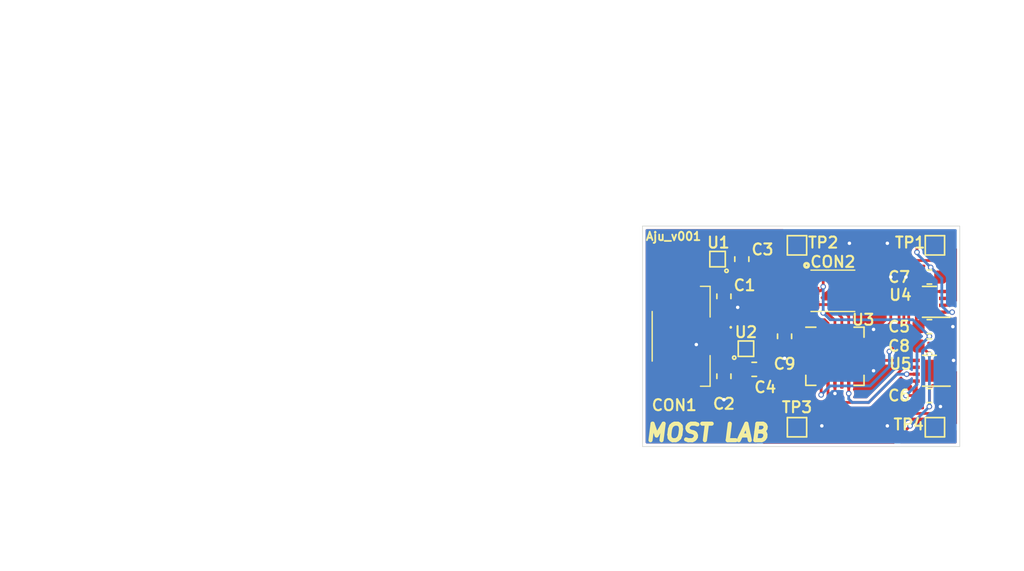
<source format=kicad_pcb>
(kicad_pcb (version 20171130) (host pcbnew "(5.1.10)-1")

  (general
    (thickness 1.6)
    (drawings 20)
    (tracks 215)
    (zones 0)
    (modules 20)
    (nets 19)
  )

  (page A4)
  (layers
    (0 F.Cu signal)
    (31 B.Cu signal)
    (32 B.Adhes user)
    (33 F.Adhes user)
    (34 B.Paste user)
    (35 F.Paste user)
    (36 B.SilkS user)
    (37 F.SilkS user)
    (38 B.Mask user)
    (39 F.Mask user)
    (40 Dwgs.User user)
    (41 Cmts.User user)
    (42 Eco1.User user)
    (43 Eco2.User user)
    (44 Edge.Cuts user)
    (45 Margin user)
    (46 B.CrtYd user)
    (47 F.CrtYd user hide)
    (48 B.Fab user)
    (49 F.Fab user hide)
  )

  (setup
    (last_trace_width 0.2)
    (trace_clearance 0.15)
    (zone_clearance 0.508)
    (zone_45_only no)
    (trace_min 0.2)
    (via_size 0.4)
    (via_drill 0.25)
    (via_min_size 0.4)
    (via_min_drill 0.25)
    (uvia_size 0.3)
    (uvia_drill 0.1)
    (uvias_allowed no)
    (uvia_min_size 0.2)
    (uvia_min_drill 0.1)
    (edge_width 0.05)
    (segment_width 0.2)
    (pcb_text_width 0.3)
    (pcb_text_size 1.5 1.5)
    (mod_edge_width 0.12)
    (mod_text_size 0.8 0.8)
    (mod_text_width 0.15)
    (pad_size 1 1)
    (pad_drill 0)
    (pad_to_mask_clearance 0)
    (aux_axis_origin 0 0)
    (visible_elements 7FFFFFFF)
    (pcbplotparams
      (layerselection 0x010fc_ffffffff)
      (usegerberextensions false)
      (usegerberattributes true)
      (usegerberadvancedattributes true)
      (creategerberjobfile true)
      (excludeedgelayer true)
      (linewidth 0.100000)
      (plotframeref false)
      (viasonmask false)
      (mode 1)
      (useauxorigin false)
      (hpglpennumber 1)
      (hpglpenspeed 20)
      (hpglpendiameter 15.000000)
      (psnegative false)
      (psa4output false)
      (plotreference true)
      (plotvalue true)
      (plotinvisibletext false)
      (padsonsilk false)
      (subtractmaskfromsilk false)
      (outputformat 1)
      (mirror false)
      (drillshape 1)
      (scaleselection 1)
      (outputdirectory ""))
  )

  (net 0 "")
  (net 1 GND)
  (net 2 +BATT)
  (net 3 +2V5)
  (net 4 +3V0)
  (net 5 "/02. MCU/MOSI")
  (net 6 "/02. MCU/SCK")
  (net 7 "/02. MCU/MISO")
  (net 8 "/02. MCU/RST")
  (net 9 "/03. Driver/MOUT_11")
  (net 10 "/03. Driver/MOUT_12")
  (net 11 "/03. Driver/MOUT_21")
  (net 12 "/03. Driver/MOUT_22")
  (net 13 PWM1)
  (net 14 PWM2)
  (net 15 PWM3)
  (net 16 D2)
  (net 17 PWM4)
  (net 18 D1)

  (net_class Default "This is the default net class."
    (clearance 0.15)
    (trace_width 0.2)
    (via_dia 0.4)
    (via_drill 0.25)
    (uvia_dia 0.3)
    (uvia_drill 0.1)
    (add_net +2V5)
    (add_net +3V0)
    (add_net +BATT)
    (add_net "/02. MCU/MISO")
    (add_net "/02. MCU/MOSI")
    (add_net "/02. MCU/RST")
    (add_net "/02. MCU/SCK")
    (add_net "/03. Driver/MOUT_11")
    (add_net "/03. Driver/MOUT_12")
    (add_net "/03. Driver/MOUT_21")
    (add_net "/03. Driver/MOUT_22")
    (add_net D1)
    (add_net D2)
    (add_net GND)
    (add_net PWM1)
    (add_net PWM2)
    (add_net PWM3)
    (add_net PWM4)
  )

  (module KiCAD_footprint:FTM-103-XX-Y-DV (layer F.Cu) (tedit 60B07312) (tstamp 60B0E700)
    (at 73.8 34.7 270)
    (descr FTM-103-XX-Y-DV)
    (tags Connector)
    (path /60AC6AEE/60B0DD1C)
    (attr smd)
    (fp_text reference CON2 (at -2.1 0) (layer F.SilkS)
      (effects (font (size 0.8 0.8) (thickness 0.15)))
    )
    (fp_text value FTM-103-02-F-DV (at 0.5 4.5 270) (layer F.Fab) hide
      (effects (font (size 0.8 0.8) (thickness 0.15)))
    )
    (fp_circle (center -1.85 1.9075) (end -1.85 1.9575) (layer F.SilkS) (width 0.2))
    (fp_line (start -1.5 1.59) (end -1.5 -1.59) (layer F.SilkS) (width 0.1))
    (fp_line (start 1.5 -1.59) (end 1.5 1.59) (layer F.SilkS) (width 0.1))
    (fp_line (start -1.5 1.59) (end -1.5 -1.59) (layer F.Fab) (width 0.2))
    (fp_line (start 1.5 1.59) (end -1.5 1.59) (layer F.Fab) (width 0.2))
    (fp_line (start 1.5 -1.59) (end 1.5 1.59) (layer F.Fab) (width 0.2))
    (fp_line (start -1.5 -1.59) (end 1.5 -1.59) (layer F.Fab) (width 0.2))
    (fp_text user %R (at -4 -3 270) (layer F.Fab)
      (effects (font (size 0.8 0.8) (thickness 0.15)))
    )
    (pad 6 smd rect (at 1 -2.3575 270) (size 0.56 2.755) (layers F.Cu F.Paste F.Mask)
      (net 5 "/02. MCU/MOSI"))
    (pad 5 smd rect (at 1 2.3575 270) (size 0.56 2.755) (layers F.Cu F.Paste F.Mask)
      (net 6 "/02. MCU/SCK"))
    (pad 4 smd rect (at 0 -2.3575 270) (size 0.56 2.755) (layers F.Cu F.Paste F.Mask)
      (net 7 "/02. MCU/MISO"))
    (pad 3 smd rect (at 0 2.3575 270) (size 0.56 2.755) (layers F.Cu F.Paste F.Mask)
      (net 2 +BATT))
    (pad 2 smd rect (at -1 -2.3575 270) (size 0.56 2.755) (layers F.Cu F.Paste F.Mask)
      (net 1 GND))
    (pad 1 smd rect (at -1 2.3575 270) (size 0.56 2.755) (layers F.Cu F.Paste F.Mask)
      (net 8 "/02. MCU/RST"))
  )

  (module KiCAD_footprint:532610271 (layer F.Cu) (tedit 60B072E6) (tstamp 60B0E737)
    (at 63 38 90)
    (descr 53261-0271-4)
    (tags Connector)
    (path /60AAEF41/60B0E97A)
    (attr smd)
    (fp_text reference CON1 (at -5 -0.7 180) (layer F.SilkS)
      (effects (font (size 0.8 0.8) (thickness 0.15)))
    )
    (fp_text value 53261-0271 (at 0.5 4.5 90) (layer F.Fab) hide
      (effects (font (size 0.8 0.8) (thickness 0.15)))
    )
    (fp_line (start 1.8 -2.3) (end -1.8 -2.3) (layer F.SilkS) (width 0.1))
    (fp_line (start -3.625 1.9) (end -3.625 1.2) (layer F.SilkS) (width 0.1))
    (fp_line (start -1.4 1.9) (end -3.625 1.9) (layer F.SilkS) (width 0.1))
    (fp_line (start 3.625 1.9) (end 1.4 1.9) (layer F.SilkS) (width 0.1))
    (fp_line (start 3.625 1.2) (end 3.625 1.9) (layer F.SilkS) (width 0.1))
    (fp_line (start 0.7 3.4) (end 0.7 3.4) (layer F.SilkS) (width 0.1))
    (fp_line (start 0.6 3.4) (end 0.6 3.4) (layer F.SilkS) (width 0.1))
    (fp_line (start 3.625 1.9) (end 3.625 -2.3) (layer F.Fab) (width 0.2))
    (fp_line (start -3.625 1.9) (end 3.625 1.9) (layer F.Fab) (width 0.2))
    (fp_line (start -3.625 -2.3) (end -3.625 1.9) (layer F.Fab) (width 0.2))
    (fp_line (start 3.625 -2.3) (end -3.625 -2.3) (layer F.Fab) (width 0.2))
    (fp_arc (start 0.65 3.4) (end 0.7 3.4) (angle -180) (layer F.SilkS) (width 0.1))
    (fp_arc (start 0.65 3.4) (end 0.6 3.4) (angle -180) (layer F.SilkS) (width 0.1))
    (fp_text user %R (at -2.5 -3.5 90) (layer F.Fab)
      (effects (font (size 0.8 0.8) (thickness 0.15)))
    )
    (pad MP2 smd rect (at -3.175 -0.6 90) (size 2.1 3) (layers F.Cu F.Paste F.Mask))
    (pad MP1 smd rect (at 3.175 -0.6 90) (size 2.1 3) (layers F.Cu F.Paste F.Mask))
    (pad 2 smd rect (at -0.625 2.3 90) (size 0.8 1.6) (layers F.Cu F.Paste F.Mask)
      (net 1 GND))
    (pad 1 smd rect (at 0.625 2.3 90) (size 0.8 1.6) (layers F.Cu F.Paste F.Mask)
      (net 2 +BATT))
    (model 53261-0271.stp
      (at (xyz 0 0 0))
      (scale (xyz 1 1 1))
      (rotate (xyz 0 0 0))
    )
  )

  (module TestPoint:TestPoint_Pad_1.0x1.0mm (layer F.Cu) (tedit 5A0F774F) (tstamp 60B0EA5C)
    (at 81.2 44.6)
    (descr "SMD rectangular pad as test Point, square 1.0mm side length")
    (tags "test point SMD pad rectangle square")
    (path /60ADB775/60AF6F3B)
    (attr virtual)
    (fp_text reference TP4 (at -1.9 -0.2) (layer F.SilkS)
      (effects (font (size 0.8 0.8) (thickness 0.15)))
    )
    (fp_text value MOUT_22 (at 0 1.55) (layer F.Fab)
      (effects (font (size 1 1) (thickness 0.15)))
    )
    (fp_line (start -0.7 -0.7) (end 0.7 -0.7) (layer F.SilkS) (width 0.12))
    (fp_line (start 0.7 -0.7) (end 0.7 0.7) (layer F.SilkS) (width 0.12))
    (fp_line (start 0.7 0.7) (end -0.7 0.7) (layer F.SilkS) (width 0.12))
    (fp_line (start -0.7 0.7) (end -0.7 -0.7) (layer F.SilkS) (width 0.12))
    (fp_line (start -1 -1) (end 1 -1) (layer F.CrtYd) (width 0.05))
    (fp_line (start -1 -1) (end -1 1) (layer F.CrtYd) (width 0.05))
    (fp_line (start 1 1) (end 1 -1) (layer F.CrtYd) (width 0.05))
    (fp_line (start 1 1) (end -1 1) (layer F.CrtYd) (width 0.05))
    (fp_text user %R (at 0 -1.45) (layer F.Fab)
      (effects (font (size 1 1) (thickness 0.15)))
    )
    (pad 1 smd rect (at 0 0) (size 1 1) (layers F.Cu F.Mask)
      (net 12 "/03. Driver/MOUT_22"))
  )

  (module TestPoint:TestPoint_Pad_1.0x1.0mm (layer F.Cu) (tedit 5A0F774F) (tstamp 60B0EAD1)
    (at 71.2 44.6)
    (descr "SMD rectangular pad as test Point, square 1.0mm side length")
    (tags "test point SMD pad rectangle square")
    (path /60ADB775/60AF6D96)
    (attr virtual)
    (fp_text reference TP3 (at 0 -1.448) (layer F.SilkS)
      (effects (font (size 0.8 0.8) (thickness 0.15)))
    )
    (fp_text value MOUT_21 (at 0 1.55) (layer F.Fab)
      (effects (font (size 1 1) (thickness 0.15)))
    )
    (fp_line (start -0.7 -0.7) (end 0.7 -0.7) (layer F.SilkS) (width 0.12))
    (fp_line (start 0.7 -0.7) (end 0.7 0.7) (layer F.SilkS) (width 0.12))
    (fp_line (start 0.7 0.7) (end -0.7 0.7) (layer F.SilkS) (width 0.12))
    (fp_line (start -0.7 0.7) (end -0.7 -0.7) (layer F.SilkS) (width 0.12))
    (fp_line (start -1 -1) (end 1 -1) (layer F.CrtYd) (width 0.05))
    (fp_line (start -1 -1) (end -1 1) (layer F.CrtYd) (width 0.05))
    (fp_line (start 1 1) (end 1 -1) (layer F.CrtYd) (width 0.05))
    (fp_line (start 1 1) (end -1 1) (layer F.CrtYd) (width 0.05))
    (fp_text user %R (at 0 -1.45) (layer F.Fab)
      (effects (font (size 1 1) (thickness 0.15)))
    )
    (pad 1 smd rect (at 0 0) (size 1 1) (layers F.Cu F.Mask)
      (net 11 "/03. Driver/MOUT_21"))
  )

  (module TestPoint:TestPoint_Pad_1.0x1.0mm (layer F.Cu) (tedit 5A0F774F) (tstamp 60B0EC48)
    (at 71.2 31.4)
    (descr "SMD rectangular pad as test Point, square 1.0mm side length")
    (tags "test point SMD pad rectangle square")
    (path /60ADB775/60AF6BCA)
    (attr virtual)
    (fp_text reference TP2 (at 1.9 -0.2) (layer F.SilkS)
      (effects (font (size 0.8 0.8) (thickness 0.15)))
    )
    (fp_text value MOUT_12 (at 0 1.55) (layer F.Fab)
      (effects (font (size 1 1) (thickness 0.15)))
    )
    (fp_line (start -0.7 -0.7) (end 0.7 -0.7) (layer F.SilkS) (width 0.12))
    (fp_line (start 0.7 -0.7) (end 0.7 0.7) (layer F.SilkS) (width 0.12))
    (fp_line (start 0.7 0.7) (end -0.7 0.7) (layer F.SilkS) (width 0.12))
    (fp_line (start -0.7 0.7) (end -0.7 -0.7) (layer F.SilkS) (width 0.12))
    (fp_line (start -1 -1) (end 1 -1) (layer F.CrtYd) (width 0.05))
    (fp_line (start -1 -1) (end -1 1) (layer F.CrtYd) (width 0.05))
    (fp_line (start 1 1) (end 1 -1) (layer F.CrtYd) (width 0.05))
    (fp_line (start 1 1) (end -1 1) (layer F.CrtYd) (width 0.05))
    (fp_text user %R (at 0 -1.45) (layer F.Fab)
      (effects (font (size 1 1) (thickness 0.15)))
    )
    (pad 1 smd rect (at 0 0) (size 1 1) (layers F.Cu F.Mask)
      (net 10 "/03. Driver/MOUT_12"))
  )

  (module TestPoint:TestPoint_Pad_1.0x1.0mm (layer F.Cu) (tedit 5A0F774F) (tstamp 60B0EA35)
    (at 81.2 31.4)
    (descr "SMD rectangular pad as test Point, square 1.0mm side length")
    (tags "test point SMD pad rectangle square")
    (path /60ADB775/60AF6626)
    (attr virtual)
    (fp_text reference TP1 (at -1.8 -0.2) (layer F.SilkS)
      (effects (font (size 0.8 0.8) (thickness 0.15)))
    )
    (fp_text value MOUT_11 (at 0 1.55) (layer F.Fab)
      (effects (font (size 1 1) (thickness 0.15)))
    )
    (fp_line (start -0.7 -0.7) (end 0.7 -0.7) (layer F.SilkS) (width 0.12))
    (fp_line (start 0.7 -0.7) (end 0.7 0.7) (layer F.SilkS) (width 0.12))
    (fp_line (start 0.7 0.7) (end -0.7 0.7) (layer F.SilkS) (width 0.12))
    (fp_line (start -0.7 0.7) (end -0.7 -0.7) (layer F.SilkS) (width 0.12))
    (fp_line (start -1 -1) (end 1 -1) (layer F.CrtYd) (width 0.05))
    (fp_line (start -1 -1) (end -1 1) (layer F.CrtYd) (width 0.05))
    (fp_line (start 1 1) (end 1 -1) (layer F.CrtYd) (width 0.05))
    (fp_line (start 1 1) (end -1 1) (layer F.CrtYd) (width 0.05))
    (fp_text user %R (at 0 -1.45) (layer F.Fab)
      (effects (font (size 1 1) (thickness 0.15)))
    )
    (pad 1 smd rect (at 0 0) (size 1 1) (layers F.Cu F.Mask)
      (net 9 "/03. Driver/MOUT_11"))
  )

  (module Package_SON:WSON-8-1EP_2x2mm_P0.5mm_EP0.9x1.6mm (layer F.Cu) (tedit 5A65F6A7) (tstamp 60B0EA90)
    (at 80.8 40.5 180)
    (descr "8-Lead Plastic WSON, 2x2mm Body, 0.5mm Pitch, WSON-8, http://www.ti.com/lit/ds/symlink/lm27761.pdf")
    (tags "WSON 8 1EP")
    (path /60ADB775/60ADD7D7)
    (attr smd)
    (fp_text reference U5 (at 2.1 0.5) (layer F.SilkS)
      (effects (font (size 0.8 0.8) (thickness 0.15)))
    )
    (fp_text value DRV8837 (at 0.01 2.14) (layer F.Fab)
      (effects (font (size 1 1) (thickness 0.15)))
    )
    (fp_line (start -1.5 -1.12) (end 0.5 -1.12) (layer F.SilkS) (width 0.12))
    (fp_line (start 0.5 1.12) (end -0.5 1.12) (layer F.SilkS) (width 0.12))
    (fp_line (start -1.6 1.25) (end 1.6 1.25) (layer F.CrtYd) (width 0.05))
    (fp_line (start -1.6 -1.25) (end 1.6 -1.25) (layer F.CrtYd) (width 0.05))
    (fp_line (start 1.6 -1.25) (end 1.6 1.25) (layer F.CrtYd) (width 0.05))
    (fp_line (start -1.6 -1.25) (end -1.6 1.25) (layer F.CrtYd) (width 0.05))
    (fp_line (start -0.5 -1) (end 1 -1) (layer F.Fab) (width 0.1))
    (fp_line (start 1 -1) (end 1 1) (layer F.Fab) (width 0.1))
    (fp_line (start 1 1) (end -1 1) (layer F.Fab) (width 0.1))
    (fp_line (start -1 1) (end -1 -0.5) (layer F.Fab) (width 0.1))
    (fp_line (start -0.5 -1) (end -1 -0.5) (layer F.Fab) (width 0.1))
    (fp_text user %R (at 0 0) (layer F.Fab)
      (effects (font (size 0.7 0.7) (thickness 0.1)))
    )
    (pad "" smd rect (at 0 -0.4 180) (size 0.75 0.65) (layers F.Paste))
    (pad "" smd rect (at 0 0.4 180) (size 0.75 0.65) (layers F.Paste))
    (pad 6 smd rect (at 0.95 0.25 180) (size 0.5 0.25) (layers F.Cu F.Paste F.Mask)
      (net 17 PWM4))
    (pad 5 smd rect (at 0.95 0.75 180) (size 0.5 0.25) (layers F.Cu F.Paste F.Mask)
      (net 15 PWM3))
    (pad 4 smd rect (at -0.95 0.75 180) (size 0.5 0.25) (layers F.Cu F.Paste F.Mask)
      (net 1 GND))
    (pad 2 smd rect (at -0.95 -0.25 180) (size 0.5 0.25) (layers F.Cu F.Paste F.Mask)
      (net 11 "/03. Driver/MOUT_21"))
    (pad 1 smd rect (at -0.95 -0.75 180) (size 0.5 0.25) (layers F.Cu F.Paste F.Mask)
      (net 4 +3V0))
    (pad 9 smd rect (at 0 0 180) (size 0.9 1.6) (layers F.Cu F.Mask)
      (net 1 GND))
    (pad 8 smd rect (at 0.95 -0.75 180) (size 0.5 0.25) (layers F.Cu F.Paste F.Mask)
      (net 2 +BATT))
    (pad 7 smd rect (at 0.95 -0.25 180) (size 0.5 0.25) (layers F.Cu F.Paste F.Mask)
      (net 16 D2))
    (pad 3 smd rect (at -0.95 0.25 180) (size 0.5 0.25) (layers F.Cu F.Paste F.Mask)
      (net 12 "/03. Driver/MOUT_22"))
    (model ${KISYS3DMOD}/Package_SON.3dshapes/WSON-8-1EP_2x2mm_P0.5mm_EP0.9x1.6mm.wrl
      (at (xyz 0 0 0))
      (scale (xyz 1 1 1))
      (rotate (xyz 0 0 0))
    )
  )

  (module Package_SON:WSON-8-1EP_2x2mm_P0.5mm_EP0.9x1.6mm (layer F.Cu) (tedit 5A65F6A7) (tstamp 60B0EB05)
    (at 80.8 35.5 180)
    (descr "8-Lead Plastic WSON, 2x2mm Body, 0.5mm Pitch, WSON-8, http://www.ti.com/lit/ds/symlink/lm27761.pdf")
    (tags "WSON 8 1EP")
    (path /60ADB775/60ADB86D)
    (attr smd)
    (fp_text reference U4 (at 2.1 0.5) (layer F.SilkS)
      (effects (font (size 0.8 0.8) (thickness 0.15)))
    )
    (fp_text value DRV8837 (at 0.01 2.14) (layer F.Fab)
      (effects (font (size 1 1) (thickness 0.15)))
    )
    (fp_line (start -1.5 -1.12) (end 0.5 -1.12) (layer F.SilkS) (width 0.12))
    (fp_line (start 0.5 1.12) (end -0.5 1.12) (layer F.SilkS) (width 0.12))
    (fp_line (start -1.6 1.25) (end 1.6 1.25) (layer F.CrtYd) (width 0.05))
    (fp_line (start -1.6 -1.25) (end 1.6 -1.25) (layer F.CrtYd) (width 0.05))
    (fp_line (start 1.6 -1.25) (end 1.6 1.25) (layer F.CrtYd) (width 0.05))
    (fp_line (start -1.6 -1.25) (end -1.6 1.25) (layer F.CrtYd) (width 0.05))
    (fp_line (start -0.5 -1) (end 1 -1) (layer F.Fab) (width 0.1))
    (fp_line (start 1 -1) (end 1 1) (layer F.Fab) (width 0.1))
    (fp_line (start 1 1) (end -1 1) (layer F.Fab) (width 0.1))
    (fp_line (start -1 1) (end -1 -0.5) (layer F.Fab) (width 0.1))
    (fp_line (start -0.5 -1) (end -1 -0.5) (layer F.Fab) (width 0.1))
    (fp_text user %R (at 0 0) (layer F.Fab)
      (effects (font (size 0.7 0.7) (thickness 0.1)))
    )
    (pad "" smd rect (at 0 -0.4 180) (size 0.75 0.65) (layers F.Paste))
    (pad "" smd rect (at 0 0.4 180) (size 0.75 0.65) (layers F.Paste))
    (pad 6 smd rect (at 0.95 0.25 180) (size 0.5 0.25) (layers F.Cu F.Paste F.Mask)
      (net 14 PWM2))
    (pad 5 smd rect (at 0.95 0.75 180) (size 0.5 0.25) (layers F.Cu F.Paste F.Mask)
      (net 13 PWM1))
    (pad 4 smd rect (at -0.95 0.75 180) (size 0.5 0.25) (layers F.Cu F.Paste F.Mask)
      (net 1 GND))
    (pad 2 smd rect (at -0.95 -0.25 180) (size 0.5 0.25) (layers F.Cu F.Paste F.Mask)
      (net 9 "/03. Driver/MOUT_11"))
    (pad 1 smd rect (at -0.95 -0.75 180) (size 0.5 0.25) (layers F.Cu F.Paste F.Mask)
      (net 3 +2V5))
    (pad 9 smd rect (at 0 0 180) (size 0.9 1.6) (layers F.Cu F.Mask)
      (net 1 GND))
    (pad 8 smd rect (at 0.95 -0.75 180) (size 0.5 0.25) (layers F.Cu F.Paste F.Mask)
      (net 2 +BATT))
    (pad 7 smd rect (at 0.95 -0.25 180) (size 0.5 0.25) (layers F.Cu F.Paste F.Mask)
      (net 18 D1))
    (pad 3 smd rect (at -0.95 0.25 180) (size 0.5 0.25) (layers F.Cu F.Paste F.Mask)
      (net 10 "/03. Driver/MOUT_12"))
    (model ${KISYS3DMOD}/Package_SON.3dshapes/WSON-8-1EP_2x2mm_P0.5mm_EP0.9x1.6mm.wrl
      (at (xyz 0 0 0))
      (scale (xyz 1 1 1))
      (rotate (xyz 0 0 0))
    )
  )

  (module Package_DFN_QFN:MLF-20-1EP_4x4mm_P0.5mm_EP2.6x2.6mm (layer F.Cu) (tedit 5DC5F6A3) (tstamp 60B0EBE1)
    (at 73.95 39.45)
    (descr "MLF, 20 Pin (http://ww1.microchip.com/downloads/en/DeviceDoc/doc8246.pdf#page=263), generated with kicad-footprint-generator ipc_noLead_generator.py")
    (tags "MLF NoLead")
    (path /60AC6AEE/60AC6D00)
    (attr smd)
    (fp_text reference U3 (at 2.05 -2.65) (layer F.SilkS)
      (effects (font (size 0.8 0.8) (thickness 0.15)))
    )
    (fp_text value ATtiny2313A-MU (at 0 3.3) (layer F.Fab)
      (effects (font (size 1 1) (thickness 0.15)))
    )
    (fp_line (start 2.6 -2.6) (end -2.6 -2.6) (layer F.CrtYd) (width 0.05))
    (fp_line (start 2.6 2.6) (end 2.6 -2.6) (layer F.CrtYd) (width 0.05))
    (fp_line (start -2.6 2.6) (end 2.6 2.6) (layer F.CrtYd) (width 0.05))
    (fp_line (start -2.6 -2.6) (end -2.6 2.6) (layer F.CrtYd) (width 0.05))
    (fp_line (start -2 -1) (end -1 -2) (layer F.Fab) (width 0.1))
    (fp_line (start -2 2) (end -2 -1) (layer F.Fab) (width 0.1))
    (fp_line (start 2 2) (end -2 2) (layer F.Fab) (width 0.1))
    (fp_line (start 2 -2) (end 2 2) (layer F.Fab) (width 0.1))
    (fp_line (start -1 -2) (end 2 -2) (layer F.Fab) (width 0.1))
    (fp_line (start -1.385 -2.11) (end -2.11 -2.11) (layer F.SilkS) (width 0.12))
    (fp_line (start 2.11 2.11) (end 2.11 1.385) (layer F.SilkS) (width 0.12))
    (fp_line (start 1.385 2.11) (end 2.11 2.11) (layer F.SilkS) (width 0.12))
    (fp_line (start -2.11 2.11) (end -2.11 1.385) (layer F.SilkS) (width 0.12))
    (fp_line (start -1.385 2.11) (end -2.11 2.11) (layer F.SilkS) (width 0.12))
    (fp_line (start 2.11 -2.11) (end 2.11 -1.385) (layer F.SilkS) (width 0.12))
    (fp_line (start 1.385 -2.11) (end 2.11 -2.11) (layer F.SilkS) (width 0.12))
    (fp_text user %R (at 0 0) (layer F.Fab)
      (effects (font (size 1 1) (thickness 0.15)))
    )
    (pad "" smd roundrect (at 0.65 0.65) (size 1.05 1.05) (layers F.Paste) (roundrect_rratio 0.238095))
    (pad "" smd roundrect (at 0.65 -0.65) (size 1.05 1.05) (layers F.Paste) (roundrect_rratio 0.238095))
    (pad "" smd roundrect (at -0.65 0.65) (size 1.05 1.05) (layers F.Paste) (roundrect_rratio 0.238095))
    (pad "" smd roundrect (at -0.65 -0.65) (size 1.05 1.05) (layers F.Paste) (roundrect_rratio 0.238095))
    (pad 21 smd rect (at 0 0) (size 2.6 2.6) (layers F.Cu F.Mask)
      (net 1 GND))
    (pad 20 smd roundrect (at -1 -1.925) (size 0.25 0.85) (layers F.Cu F.Paste F.Mask) (roundrect_rratio 0.25))
    (pad 19 smd roundrect (at -0.5 -1.925) (size 0.25 0.85) (layers F.Cu F.Paste F.Mask) (roundrect_rratio 0.25)
      (net 8 "/02. MCU/RST"))
    (pad 18 smd roundrect (at 0 -1.925) (size 0.25 0.85) (layers F.Cu F.Paste F.Mask) (roundrect_rratio 0.25)
      (net 2 +BATT))
    (pad 17 smd roundrect (at 0.5 -1.925) (size 0.25 0.85) (layers F.Cu F.Paste F.Mask) (roundrect_rratio 0.25)
      (net 6 "/02. MCU/SCK"))
    (pad 16 smd roundrect (at 1 -1.925) (size 0.25 0.85) (layers F.Cu F.Paste F.Mask) (roundrect_rratio 0.25)
      (net 7 "/02. MCU/MISO"))
    (pad 15 smd roundrect (at 1.925 -1) (size 0.85 0.25) (layers F.Cu F.Paste F.Mask) (roundrect_rratio 0.25)
      (net 5 "/02. MCU/MOSI"))
    (pad 14 smd roundrect (at 1.925 -0.5) (size 0.85 0.25) (layers F.Cu F.Paste F.Mask) (roundrect_rratio 0.25)
      (net 13 PWM1))
    (pad 13 smd roundrect (at 1.925 0) (size 0.85 0.25) (layers F.Cu F.Paste F.Mask) (roundrect_rratio 0.25)
      (net 14 PWM2))
    (pad 12 smd roundrect (at 1.925 0.5) (size 0.85 0.25) (layers F.Cu F.Paste F.Mask) (roundrect_rratio 0.25)
      (net 15 PWM3))
    (pad 11 smd roundrect (at 1.925 1) (size 0.85 0.25) (layers F.Cu F.Paste F.Mask) (roundrect_rratio 0.25))
    (pad 10 smd roundrect (at 1 1.925) (size 0.25 0.85) (layers F.Cu F.Paste F.Mask) (roundrect_rratio 0.25)
      (net 16 D2))
    (pad 9 smd roundrect (at 0.5 1.925) (size 0.25 0.85) (layers F.Cu F.Paste F.Mask) (roundrect_rratio 0.25))
    (pad 8 smd roundrect (at 0 1.925) (size 0.25 0.85) (layers F.Cu F.Paste F.Mask) (roundrect_rratio 0.25)
      (net 1 GND))
    (pad 7 smd roundrect (at -0.5 1.925) (size 0.25 0.85) (layers F.Cu F.Paste F.Mask) (roundrect_rratio 0.25)
      (net 17 PWM4))
    (pad 6 smd roundrect (at -1 1.925) (size 0.25 0.85) (layers F.Cu F.Paste F.Mask) (roundrect_rratio 0.25)
      (net 18 D1))
    (pad 5 smd roundrect (at -1.925 1) (size 0.85 0.25) (layers F.Cu F.Paste F.Mask) (roundrect_rratio 0.25))
    (pad 4 smd roundrect (at -1.925 0.5) (size 0.85 0.25) (layers F.Cu F.Paste F.Mask) (roundrect_rratio 0.25))
    (pad 3 smd roundrect (at -1.925 0) (size 0.85 0.25) (layers F.Cu F.Paste F.Mask) (roundrect_rratio 0.25))
    (pad 2 smd roundrect (at -1.925 -0.5) (size 0.85 0.25) (layers F.Cu F.Paste F.Mask) (roundrect_rratio 0.25))
    (pad 1 smd roundrect (at -1.925 -1) (size 0.85 0.25) (layers F.Cu F.Paste F.Mask) (roundrect_rratio 0.25))
    (model ${KISYS3DMOD}/Package_DFN_QFN.3dshapes/MLF-20-1EP_4x4mm_P0.5mm_EP2.6x2.6mm.wrl
      (at (xyz 0 0 0))
      (scale (xyz 1 1 1))
      (rotate (xyz 0 0 0))
    )
  )

  (module KiCAD_footprint:RP110x-DFN1010-4 (layer F.Cu) (tedit 60ADDC9F) (tstamp 60B0EB9A)
    (at 66.94 39.46)
    (path /60AAEF41/60B0F659)
    (fp_text reference U2 (at 0.56 -1.76) (layer F.SilkS)
      (effects (font (size 0.8 0.8) (thickness 0.15)))
    )
    (fp_text value RP110L301D-TR (at 0.77 0.68) (layer F.Fab)
      (effects (font (size 0.8 0.8) (thickness 0.15)))
    )
    (fp_line (start 1.12 0) (end 0 0) (layer F.SilkS) (width 0.12))
    (fp_line (start 1.12 -1.12) (end 1.12 0) (layer F.SilkS) (width 0.12))
    (fp_line (start 0 -1.12) (end 1.12 -1.12) (layer F.SilkS) (width 0.12))
    (fp_line (start 0 0) (end 0 -1.12) (layer F.SilkS) (width 0.12))
    (fp_circle (center -0.29 0.09) (end -0.17 0.09) (layer F.SilkS) (width 0.12))
    (pad 5 smd custom (at 0.56 -0.56) (size 0.1 0.1) (layers F.Cu F.Paste F.Mask)
      (zone_connect 0)
      (options (clearance outline) (anchor circle))
      (primitives
        (gr_poly (pts
           (xy 0.34 -0.01) (xy 0 0.33) (xy -0.34 -0.01) (xy 0 -0.35)) (width 0.01))
      ))
    (pad 4 smd custom (at 0.22 -0.95) (size 0.1 0.1) (layers F.Cu F.Paste F.Mask)
      (net 2 +BATT) (zone_connect 0)
      (options (clearance outline) (anchor circle))
      (primitives
        (gr_poly (pts
           (xy -0.1 -0.11) (xy 0.12 -0.11) (xy 0.12 -0.01) (xy -0.03 0.14) (xy -0.1 0.14)
) (width 0.01))
      ))
    (pad 3 smd custom (at 0.9 -0.96) (size 0.1 0.1) (layers F.Cu F.Paste F.Mask)
      (zone_connect 0)
      (options (clearance outline) (anchor circle))
      (primitives
        (gr_poly (pts
           (xy 0.1 -0.1) (xy -0.12 -0.1) (xy -0.12 0) (xy 0.03 0.15) (xy 0.1 0.15)
) (width 0.01))
      ))
    (pad 2 smd custom (at 0.91 -0.17) (size 0.1 0.1) (layers F.Cu F.Paste F.Mask)
      (net 1 GND) (zone_connect 0)
      (options (clearance outline) (anchor circle))
      (primitives
        (gr_poly (pts
           (xy 0.09 0.11) (xy -0.13 0.11) (xy -0.13 0.01) (xy 0.02 -0.14) (xy 0.09 -0.14)
) (width 0.01))
      ))
    (pad 1 smd custom (at 0.22 -0.16) (size 0.1 0.1) (layers F.Cu F.Paste F.Mask)
      (net 4 +3V0) (zone_connect 0)
      (options (clearance outline) (anchor circle))
      (primitives
        (gr_poly (pts
           (xy -0.1 0.1) (xy 0.12 0.1) (xy 0.12 0) (xy -0.03 -0.15) (xy -0.1 -0.15)
) (width 0.01))
      ))
  )

  (module KiCAD_footprint:RP110x-DFN1010-4 (layer F.Cu) (tedit 60ADDC9F) (tstamp 60B0EB73)
    (at 66 32.96 90)
    (path /60AAEF41/60B0EF27)
    (fp_text reference U1 (at 1.76 -0.5 180) (layer F.SilkS)
      (effects (font (size 0.8 0.8) (thickness 0.15)))
    )
    (fp_text value RP110L251D-TR (at 0.77 0.68 90) (layer F.Fab)
      (effects (font (size 0.8 0.8) (thickness 0.15)))
    )
    (fp_line (start 1.12 0) (end 0 0) (layer F.SilkS) (width 0.12))
    (fp_line (start 1.12 -1.12) (end 1.12 0) (layer F.SilkS) (width 0.12))
    (fp_line (start 0 -1.12) (end 1.12 -1.12) (layer F.SilkS) (width 0.12))
    (fp_line (start 0 0) (end 0 -1.12) (layer F.SilkS) (width 0.12))
    (fp_circle (center -0.29 0.09) (end -0.17 0.09) (layer F.SilkS) (width 0.12))
    (pad 5 smd custom (at 0.56 -0.56 90) (size 0.1 0.1) (layers F.Cu F.Paste F.Mask)
      (zone_connect 0)
      (options (clearance outline) (anchor circle))
      (primitives
        (gr_poly (pts
           (xy 0.34 -0.01) (xy 0 0.33) (xy -0.34 -0.01) (xy 0 -0.35)) (width 0.01))
      ))
    (pad 4 smd custom (at 0.22 -0.95 90) (size 0.1 0.1) (layers F.Cu F.Paste F.Mask)
      (net 2 +BATT) (zone_connect 0)
      (options (clearance outline) (anchor circle))
      (primitives
        (gr_poly (pts
           (xy -0.1 -0.11) (xy 0.12 -0.11) (xy 0.12 -0.01) (xy -0.03 0.14) (xy -0.1 0.14)
) (width 0.01))
      ))
    (pad 3 smd custom (at 0.9 -0.96 90) (size 0.1 0.1) (layers F.Cu F.Paste F.Mask)
      (zone_connect 0)
      (options (clearance outline) (anchor circle))
      (primitives
        (gr_poly (pts
           (xy 0.1 -0.1) (xy -0.12 -0.1) (xy -0.12 0) (xy 0.03 0.15) (xy 0.1 0.15)
) (width 0.01))
      ))
    (pad 2 smd custom (at 0.91 -0.17 90) (size 0.1 0.1) (layers F.Cu F.Paste F.Mask)
      (net 1 GND) (zone_connect 0)
      (options (clearance outline) (anchor circle))
      (primitives
        (gr_poly (pts
           (xy 0.09 0.11) (xy -0.13 0.11) (xy -0.13 0.01) (xy 0.02 -0.14) (xy 0.09 -0.14)
) (width 0.01))
      ))
    (pad 1 smd custom (at 0.22 -0.16 90) (size 0.1 0.1) (layers F.Cu F.Paste F.Mask)
      (net 3 +2V5) (zone_connect 0)
      (options (clearance outline) (anchor circle))
      (primitives
        (gr_poly (pts
           (xy -0.1 0.1) (xy 0.12 0.1) (xy 0.12 0) (xy -0.03 -0.15) (xy -0.1 -0.15)
) (width 0.01))
      ))
  )

  (module KiCAD_footprint:C1608 (layer F.Cu) (tedit 5CA5A178) (tstamp 60B0EB48)
    (at 70.3 38 270)
    (descr "Capacitor SMD 0603 (1608 Metric), square (rectangular) end terminal, IPC_7351 nominal, (Body size source: http://www.tortai-tech.com/upload/download/2011102023233369053.pdf), generated with kicad-footprint-generator")
    (tags capacitor)
    (path /60AC6AEE/60AFA69B)
    (attr smd)
    (fp_text reference C9 (at 2 0 180) (layer F.SilkS)
      (effects (font (size 0.8 0.8) (thickness 0.15)))
    )
    (fp_text value 0.1uF (at 0 0 90) (layer F.Fab) hide
      (effects (font (size 0.1 0.1) (thickness 0.025)))
    )
    (fp_line (start 1.3 0.55) (end -1.3 0.55) (layer F.CrtYd) (width 0.05))
    (fp_line (start 1.3 -0.55) (end 1.3 0.55) (layer F.CrtYd) (width 0.05))
    (fp_line (start -1.3 -0.55) (end 1.3 -0.55) (layer F.CrtYd) (width 0.05))
    (fp_line (start -1.3 0.55) (end -1.3 -0.55) (layer F.CrtYd) (width 0.05))
    (fp_line (start -0.162779 0.51) (end 0.162779 0.51) (layer F.SilkS) (width 0.12))
    (fp_line (start -0.162779 -0.51) (end 0.162779 -0.51) (layer F.SilkS) (width 0.12))
    (fp_line (start 0.8 0.4) (end -0.8 0.4) (layer F.Fab) (width 0.1))
    (fp_line (start 0.8 -0.4) (end 0.8 0.4) (layer F.Fab) (width 0.1))
    (fp_line (start -0.8 -0.4) (end 0.8 -0.4) (layer F.Fab) (width 0.1))
    (fp_line (start -0.8 0.4) (end -0.8 -0.4) (layer F.Fab) (width 0.1))
    (pad 2 smd roundrect (at 0.7875 0 270) (size 0.875 0.95) (layers F.Cu F.Paste F.Mask) (roundrect_rratio 0.25)
      (net 1 GND))
    (pad 1 smd roundrect (at -0.7875 0 270) (size 0.875 0.95) (layers F.Cu F.Paste F.Mask) (roundrect_rratio 0.25)
      (net 2 +BATT))
    (model ${KISYS3DMOD}/Capacitor_SMD.3dshapes/C_0603_1608Metric.wrl
      (at (xyz 0 0 0))
      (scale (xyz 1 1 1))
      (rotate (xyz 0 0 0))
    )
  )

  (module KiCAD_footprint:C1608 (layer F.Cu) (tedit 5CA5A178) (tstamp 60B0ED1F)
    (at 80.8 38.7)
    (descr "Capacitor SMD 0603 (1608 Metric), square (rectangular) end terminal, IPC_7351 nominal, (Body size source: http://www.tortai-tech.com/upload/download/2011102023233369053.pdf), generated with kicad-footprint-generator")
    (tags capacitor)
    (path /60ADB775/60AE6652)
    (attr smd)
    (fp_text reference C8 (at -2.2 0) (layer F.SilkS)
      (effects (font (size 0.8 0.8) (thickness 0.15)))
    )
    (fp_text value "0.1 uF" (at 0 0) (layer F.Fab) hide
      (effects (font (size 0.1 0.1) (thickness 0.025)))
    )
    (fp_line (start 1.3 0.55) (end -1.3 0.55) (layer F.CrtYd) (width 0.05))
    (fp_line (start 1.3 -0.55) (end 1.3 0.55) (layer F.CrtYd) (width 0.05))
    (fp_line (start -1.3 -0.55) (end 1.3 -0.55) (layer F.CrtYd) (width 0.05))
    (fp_line (start -1.3 0.55) (end -1.3 -0.55) (layer F.CrtYd) (width 0.05))
    (fp_line (start -0.162779 0.51) (end 0.162779 0.51) (layer F.SilkS) (width 0.12))
    (fp_line (start -0.162779 -0.51) (end 0.162779 -0.51) (layer F.SilkS) (width 0.12))
    (fp_line (start 0.8 0.4) (end -0.8 0.4) (layer F.Fab) (width 0.1))
    (fp_line (start 0.8 -0.4) (end 0.8 0.4) (layer F.Fab) (width 0.1))
    (fp_line (start -0.8 -0.4) (end 0.8 -0.4) (layer F.Fab) (width 0.1))
    (fp_line (start -0.8 0.4) (end -0.8 -0.4) (layer F.Fab) (width 0.1))
    (pad 2 smd roundrect (at 0.7875 0) (size 0.875 0.95) (layers F.Cu F.Paste F.Mask) (roundrect_rratio 0.25)
      (net 1 GND))
    (pad 1 smd roundrect (at -0.7875 0) (size 0.875 0.95) (layers F.Cu F.Paste F.Mask) (roundrect_rratio 0.25)
      (net 4 +3V0))
    (model ${KISYS3DMOD}/Capacitor_SMD.3dshapes/C_0603_1608Metric.wrl
      (at (xyz 0 0 0))
      (scale (xyz 1 1 1))
      (rotate (xyz 0 0 0))
    )
  )

  (module KiCAD_footprint:C1608 (layer F.Cu) (tedit 5CA5A178) (tstamp 60B0E79D)
    (at 80.8 33.7 180)
    (descr "Capacitor SMD 0603 (1608 Metric), square (rectangular) end terminal, IPC_7351 nominal, (Body size source: http://www.tortai-tech.com/upload/download/2011102023233369053.pdf), generated with kicad-footprint-generator")
    (tags capacitor)
    (path /60ADB775/60AE3555)
    (attr smd)
    (fp_text reference C7 (at 2.2 0) (layer F.SilkS)
      (effects (font (size 0.8 0.8) (thickness 0.15)))
    )
    (fp_text value "0.1 uF" (at 0 0) (layer F.Fab) hide
      (effects (font (size 0.1 0.1) (thickness 0.025)))
    )
    (fp_line (start 1.3 0.55) (end -1.3 0.55) (layer F.CrtYd) (width 0.05))
    (fp_line (start 1.3 -0.55) (end 1.3 0.55) (layer F.CrtYd) (width 0.05))
    (fp_line (start -1.3 -0.55) (end 1.3 -0.55) (layer F.CrtYd) (width 0.05))
    (fp_line (start -1.3 0.55) (end -1.3 -0.55) (layer F.CrtYd) (width 0.05))
    (fp_line (start -0.162779 0.51) (end 0.162779 0.51) (layer F.SilkS) (width 0.12))
    (fp_line (start -0.162779 -0.51) (end 0.162779 -0.51) (layer F.SilkS) (width 0.12))
    (fp_line (start 0.8 0.4) (end -0.8 0.4) (layer F.Fab) (width 0.1))
    (fp_line (start 0.8 -0.4) (end 0.8 0.4) (layer F.Fab) (width 0.1))
    (fp_line (start -0.8 -0.4) (end 0.8 -0.4) (layer F.Fab) (width 0.1))
    (fp_line (start -0.8 0.4) (end -0.8 -0.4) (layer F.Fab) (width 0.1))
    (pad 2 smd roundrect (at 0.7875 0 180) (size 0.875 0.95) (layers F.Cu F.Paste F.Mask) (roundrect_rratio 0.25)
      (net 1 GND))
    (pad 1 smd roundrect (at -0.7875 0 180) (size 0.875 0.95) (layers F.Cu F.Paste F.Mask) (roundrect_rratio 0.25)
      (net 3 +2V5))
    (model ${KISYS3DMOD}/Capacitor_SMD.3dshapes/C_0603_1608Metric.wrl
      (at (xyz 0 0 0))
      (scale (xyz 1 1 1))
      (rotate (xyz 0 0 0))
    )
  )

  (module KiCAD_footprint:C1608 (layer F.Cu) (tedit 5CA5A178) (tstamp 60B0E770)
    (at 80.8 42.3)
    (descr "Capacitor SMD 0603 (1608 Metric), square (rectangular) end terminal, IPC_7351 nominal, (Body size source: http://www.tortai-tech.com/upload/download/2011102023233369053.pdf), generated with kicad-footprint-generator")
    (tags capacitor)
    (path /60ADB775/60AE6644)
    (attr smd)
    (fp_text reference C6 (at -2.2 0) (layer F.SilkS)
      (effects (font (size 0.8 0.8) (thickness 0.15)))
    )
    (fp_text value "0.1 uF" (at 0 0) (layer F.Fab) hide
      (effects (font (size 0.1 0.1) (thickness 0.025)))
    )
    (fp_line (start 1.3 0.55) (end -1.3 0.55) (layer F.CrtYd) (width 0.05))
    (fp_line (start 1.3 -0.55) (end 1.3 0.55) (layer F.CrtYd) (width 0.05))
    (fp_line (start -1.3 -0.55) (end 1.3 -0.55) (layer F.CrtYd) (width 0.05))
    (fp_line (start -1.3 0.55) (end -1.3 -0.55) (layer F.CrtYd) (width 0.05))
    (fp_line (start -0.162779 0.51) (end 0.162779 0.51) (layer F.SilkS) (width 0.12))
    (fp_line (start -0.162779 -0.51) (end 0.162779 -0.51) (layer F.SilkS) (width 0.12))
    (fp_line (start 0.8 0.4) (end -0.8 0.4) (layer F.Fab) (width 0.1))
    (fp_line (start 0.8 -0.4) (end 0.8 0.4) (layer F.Fab) (width 0.1))
    (fp_line (start -0.8 -0.4) (end 0.8 -0.4) (layer F.Fab) (width 0.1))
    (fp_line (start -0.8 0.4) (end -0.8 -0.4) (layer F.Fab) (width 0.1))
    (pad 2 smd roundrect (at 0.7875 0) (size 0.875 0.95) (layers F.Cu F.Paste F.Mask) (roundrect_rratio 0.25)
      (net 1 GND))
    (pad 1 smd roundrect (at -0.7875 0) (size 0.875 0.95) (layers F.Cu F.Paste F.Mask) (roundrect_rratio 0.25)
      (net 2 +BATT))
    (model ${KISYS3DMOD}/Capacitor_SMD.3dshapes/C_0603_1608Metric.wrl
      (at (xyz 0 0 0))
      (scale (xyz 1 1 1))
      (rotate (xyz 0 0 0))
    )
  )

  (module KiCAD_footprint:C1608 (layer F.Cu) (tedit 5CA5A178) (tstamp 60B0E7F7)
    (at 80.8 37.3)
    (descr "Capacitor SMD 0603 (1608 Metric), square (rectangular) end terminal, IPC_7351 nominal, (Body size source: http://www.tortai-tech.com/upload/download/2011102023233369053.pdf), generated with kicad-footprint-generator")
    (tags capacitor)
    (path /60ADB775/60AE0A27)
    (attr smd)
    (fp_text reference C5 (at -2.2 0) (layer F.SilkS)
      (effects (font (size 0.8 0.8) (thickness 0.15)))
    )
    (fp_text value "0.1 uF" (at 0 0) (layer F.Fab) hide
      (effects (font (size 0.1 0.1) (thickness 0.025)))
    )
    (fp_line (start 1.3 0.55) (end -1.3 0.55) (layer F.CrtYd) (width 0.05))
    (fp_line (start 1.3 -0.55) (end 1.3 0.55) (layer F.CrtYd) (width 0.05))
    (fp_line (start -1.3 -0.55) (end 1.3 -0.55) (layer F.CrtYd) (width 0.05))
    (fp_line (start -1.3 0.55) (end -1.3 -0.55) (layer F.CrtYd) (width 0.05))
    (fp_line (start -0.162779 0.51) (end 0.162779 0.51) (layer F.SilkS) (width 0.12))
    (fp_line (start -0.162779 -0.51) (end 0.162779 -0.51) (layer F.SilkS) (width 0.12))
    (fp_line (start 0.8 0.4) (end -0.8 0.4) (layer F.Fab) (width 0.1))
    (fp_line (start 0.8 -0.4) (end 0.8 0.4) (layer F.Fab) (width 0.1))
    (fp_line (start -0.8 -0.4) (end 0.8 -0.4) (layer F.Fab) (width 0.1))
    (fp_line (start -0.8 0.4) (end -0.8 -0.4) (layer F.Fab) (width 0.1))
    (pad 2 smd roundrect (at 0.7875 0) (size 0.875 0.95) (layers F.Cu F.Paste F.Mask) (roundrect_rratio 0.25)
      (net 1 GND))
    (pad 1 smd roundrect (at -0.7875 0) (size 0.875 0.95) (layers F.Cu F.Paste F.Mask) (roundrect_rratio 0.25)
      (net 2 +BATT))
    (model ${KISYS3DMOD}/Capacitor_SMD.3dshapes/C_0603_1608Metric.wrl
      (at (xyz 0 0 0))
      (scale (xyz 1 1 1))
      (rotate (xyz 0 0 0))
    )
  )

  (module KiCAD_footprint:C1608 (layer F.Cu) (tedit 5CA5A178) (tstamp 60B0E87E)
    (at 68.1 40.4)
    (descr "Capacitor SMD 0603 (1608 Metric), square (rectangular) end terminal, IPC_7351 nominal, (Body size source: http://www.tortai-tech.com/upload/download/2011102023233369053.pdf), generated with kicad-footprint-generator")
    (tags capacitor)
    (path /60AAEF41/60AC1178)
    (attr smd)
    (fp_text reference C4 (at 0.8 1.3) (layer F.SilkS)
      (effects (font (size 0.8 0.8) (thickness 0.15)))
    )
    (fp_text value 0.1uF (at 0 0) (layer F.Fab) hide
      (effects (font (size 0.1 0.1) (thickness 0.025)))
    )
    (fp_line (start 1.3 0.55) (end -1.3 0.55) (layer F.CrtYd) (width 0.05))
    (fp_line (start 1.3 -0.55) (end 1.3 0.55) (layer F.CrtYd) (width 0.05))
    (fp_line (start -1.3 -0.55) (end 1.3 -0.55) (layer F.CrtYd) (width 0.05))
    (fp_line (start -1.3 0.55) (end -1.3 -0.55) (layer F.CrtYd) (width 0.05))
    (fp_line (start -0.162779 0.51) (end 0.162779 0.51) (layer F.SilkS) (width 0.12))
    (fp_line (start -0.162779 -0.51) (end 0.162779 -0.51) (layer F.SilkS) (width 0.12))
    (fp_line (start 0.8 0.4) (end -0.8 0.4) (layer F.Fab) (width 0.1))
    (fp_line (start 0.8 -0.4) (end 0.8 0.4) (layer F.Fab) (width 0.1))
    (fp_line (start -0.8 -0.4) (end 0.8 -0.4) (layer F.Fab) (width 0.1))
    (fp_line (start -0.8 0.4) (end -0.8 -0.4) (layer F.Fab) (width 0.1))
    (pad 2 smd roundrect (at 0.7875 0) (size 0.875 0.95) (layers F.Cu F.Paste F.Mask) (roundrect_rratio 0.25)
      (net 1 GND))
    (pad 1 smd roundrect (at -0.7875 0) (size 0.875 0.95) (layers F.Cu F.Paste F.Mask) (roundrect_rratio 0.25)
      (net 4 +3V0))
    (model ${KISYS3DMOD}/Capacitor_SMD.3dshapes/C_0603_1608Metric.wrl
      (at (xyz 0 0 0))
      (scale (xyz 1 1 1))
      (rotate (xyz 0 0 0))
    )
  )

  (module KiCAD_footprint:C1608 (layer F.Cu) (tedit 5CA5A178) (tstamp 60B0E7CA)
    (at 67.2 32.4 90)
    (descr "Capacitor SMD 0603 (1608 Metric), square (rectangular) end terminal, IPC_7351 nominal, (Body size source: http://www.tortai-tech.com/upload/download/2011102023233369053.pdf), generated with kicad-footprint-generator")
    (tags capacitor)
    (path /60AAEF41/60ABB3BF)
    (attr smd)
    (fp_text reference C3 (at 0.7 1.5 180) (layer F.SilkS)
      (effects (font (size 0.8 0.8) (thickness 0.15)))
    )
    (fp_text value 0.1uF (at 0 0 90) (layer F.Fab) hide
      (effects (font (size 0.1 0.1) (thickness 0.025)))
    )
    (fp_line (start 1.3 0.55) (end -1.3 0.55) (layer F.CrtYd) (width 0.05))
    (fp_line (start 1.3 -0.55) (end 1.3 0.55) (layer F.CrtYd) (width 0.05))
    (fp_line (start -1.3 -0.55) (end 1.3 -0.55) (layer F.CrtYd) (width 0.05))
    (fp_line (start -1.3 0.55) (end -1.3 -0.55) (layer F.CrtYd) (width 0.05))
    (fp_line (start -0.162779 0.51) (end 0.162779 0.51) (layer F.SilkS) (width 0.12))
    (fp_line (start -0.162779 -0.51) (end 0.162779 -0.51) (layer F.SilkS) (width 0.12))
    (fp_line (start 0.8 0.4) (end -0.8 0.4) (layer F.Fab) (width 0.1))
    (fp_line (start 0.8 -0.4) (end 0.8 0.4) (layer F.Fab) (width 0.1))
    (fp_line (start -0.8 -0.4) (end 0.8 -0.4) (layer F.Fab) (width 0.1))
    (fp_line (start -0.8 0.4) (end -0.8 -0.4) (layer F.Fab) (width 0.1))
    (pad 2 smd roundrect (at 0.7875 0 90) (size 0.875 0.95) (layers F.Cu F.Paste F.Mask) (roundrect_rratio 0.25)
      (net 1 GND))
    (pad 1 smd roundrect (at -0.7875 0 90) (size 0.875 0.95) (layers F.Cu F.Paste F.Mask) (roundrect_rratio 0.25)
      (net 3 +2V5))
    (model ${KISYS3DMOD}/Capacitor_SMD.3dshapes/C_0603_1608Metric.wrl
      (at (xyz 0 0 0))
      (scale (xyz 1 1 1))
      (rotate (xyz 0 0 0))
    )
  )

  (module KiCAD_footprint:C1608 (layer F.Cu) (tedit 5CA5A178) (tstamp 60B0E851)
    (at 65.9 40.9 270)
    (descr "Capacitor SMD 0603 (1608 Metric), square (rectangular) end terminal, IPC_7351 nominal, (Body size source: http://www.tortai-tech.com/upload/download/2011102023233369053.pdf), generated with kicad-footprint-generator")
    (tags capacitor)
    (path /60AAEF41/60ABEEE4)
    (attr smd)
    (fp_text reference C2 (at 2 0 180) (layer F.SilkS)
      (effects (font (size 0.8 0.8) (thickness 0.15)))
    )
    (fp_text value 0.1uF (at 0 0 90) (layer F.Fab) hide
      (effects (font (size 0.1 0.1) (thickness 0.025)))
    )
    (fp_line (start 1.3 0.55) (end -1.3 0.55) (layer F.CrtYd) (width 0.05))
    (fp_line (start 1.3 -0.55) (end 1.3 0.55) (layer F.CrtYd) (width 0.05))
    (fp_line (start -1.3 -0.55) (end 1.3 -0.55) (layer F.CrtYd) (width 0.05))
    (fp_line (start -1.3 0.55) (end -1.3 -0.55) (layer F.CrtYd) (width 0.05))
    (fp_line (start -0.162779 0.51) (end 0.162779 0.51) (layer F.SilkS) (width 0.12))
    (fp_line (start -0.162779 -0.51) (end 0.162779 -0.51) (layer F.SilkS) (width 0.12))
    (fp_line (start 0.8 0.4) (end -0.8 0.4) (layer F.Fab) (width 0.1))
    (fp_line (start 0.8 -0.4) (end 0.8 0.4) (layer F.Fab) (width 0.1))
    (fp_line (start -0.8 -0.4) (end 0.8 -0.4) (layer F.Fab) (width 0.1))
    (fp_line (start -0.8 0.4) (end -0.8 -0.4) (layer F.Fab) (width 0.1))
    (pad 2 smd roundrect (at 0.7875 0 270) (size 0.875 0.95) (layers F.Cu F.Paste F.Mask) (roundrect_rratio 0.25)
      (net 1 GND))
    (pad 1 smd roundrect (at -0.7875 0 270) (size 0.875 0.95) (layers F.Cu F.Paste F.Mask) (roundrect_rratio 0.25)
      (net 2 +BATT))
    (model ${KISYS3DMOD}/Capacitor_SMD.3dshapes/C_0603_1608Metric.wrl
      (at (xyz 0 0 0))
      (scale (xyz 1 1 1))
      (rotate (xyz 0 0 0))
    )
  )

  (module KiCAD_footprint:C1608 (layer F.Cu) (tedit 5CA5A178) (tstamp 60B0E824)
    (at 65.9 35.1 270)
    (descr "Capacitor SMD 0603 (1608 Metric), square (rectangular) end terminal, IPC_7351 nominal, (Body size source: http://www.tortai-tech.com/upload/download/2011102023233369053.pdf), generated with kicad-footprint-generator")
    (tags capacitor)
    (path /60AAEF41/60AB90BE)
    (attr smd)
    (fp_text reference C1 (at -0.8 -1.5 180) (layer F.SilkS)
      (effects (font (size 0.8 0.8) (thickness 0.15)))
    )
    (fp_text value 0.1uF (at 0 0 90) (layer F.Fab) hide
      (effects (font (size 0.1 0.1) (thickness 0.025)))
    )
    (fp_line (start 1.3 0.55) (end -1.3 0.55) (layer F.CrtYd) (width 0.05))
    (fp_line (start 1.3 -0.55) (end 1.3 0.55) (layer F.CrtYd) (width 0.05))
    (fp_line (start -1.3 -0.55) (end 1.3 -0.55) (layer F.CrtYd) (width 0.05))
    (fp_line (start -1.3 0.55) (end -1.3 -0.55) (layer F.CrtYd) (width 0.05))
    (fp_line (start -0.162779 0.51) (end 0.162779 0.51) (layer F.SilkS) (width 0.12))
    (fp_line (start -0.162779 -0.51) (end 0.162779 -0.51) (layer F.SilkS) (width 0.12))
    (fp_line (start 0.8 0.4) (end -0.8 0.4) (layer F.Fab) (width 0.1))
    (fp_line (start 0.8 -0.4) (end 0.8 0.4) (layer F.Fab) (width 0.1))
    (fp_line (start -0.8 -0.4) (end 0.8 -0.4) (layer F.Fab) (width 0.1))
    (fp_line (start -0.8 0.4) (end -0.8 -0.4) (layer F.Fab) (width 0.1))
    (pad 2 smd roundrect (at 0.7875 0 270) (size 0.875 0.95) (layers F.Cu F.Paste F.Mask) (roundrect_rratio 0.25)
      (net 1 GND))
    (pad 1 smd roundrect (at -0.7875 0 270) (size 0.875 0.95) (layers F.Cu F.Paste F.Mask) (roundrect_rratio 0.25)
      (net 2 +BATT))
    (model ${KISYS3DMOD}/Capacitor_SMD.3dshapes/C_0603_1608Metric.wrl
      (at (xyz 0 0 0))
      (scale (xyz 1 1 1))
      (rotate (xyz 0 0 0))
    )
  )

  (gr_text Aju_v001 (at 62.25 30.75) (layer F.SilkS) (tstamp 60B0E6C9)
    (effects (font (size 0.6 0.6) (thickness 0.13)))
  )
  (gr_text BATT- (at 56 38.75) (layer Dwgs.User) (tstamp 60B0E6CC)
    (effects (font (size 0.8 0.8) (thickness 0.15)))
  )
  (gr_text BATT+ (at 56 37.5) (layer Dwgs.User) (tstamp 60B0E6CF)
    (effects (font (size 0.8 0.8) (thickness 0.15)))
  )
  (gr_line (start 59.5 38.65) (end 58.5 38.65) (layer Dwgs.User) (width 0.15) (tstamp 60B0E6D8))
  (gr_line (start 59.25 38.9) (end 59.5 38.65) (layer Dwgs.User) (width 0.15) (tstamp 60B0E6DE))
  (gr_line (start 59.5 38.65) (end 59.25 38.4) (layer Dwgs.User) (width 0.15) (tstamp 60B0E6E4))
  (gr_line (start 59.5 37.5) (end 58.5 37.5) (layer Dwgs.User) (width 0.15) (tstamp 60B0E6D5))
  (gr_line (start 59.25 37.75) (end 59.5 37.5) (layer Dwgs.User) (width 0.15) (tstamp 60B0E6DB))
  (gr_line (start 59.5 37.5) (end 59.25 37.25) (layer Dwgs.User) (width 0.15) (tstamp 60B0E6E1))
  (gr_text "TP1 : MOUT_11\nTP2 : MOUT_12\nTP3 : MOUT_21\nTP4 : MOUT_22" (at 60 51) (layer Dwgs.User) (tstamp 60B0E6D2)
    (effects (font (size 1.2 1.2) (thickness 0.26)) (justify left))
  )
  (gr_text "- 2 axis DC motor drive" (at 14 21.75) (layer Dwgs.User) (tstamp 60B0DB30)
    (effects (font (size 1.2 1.2) (thickness 0.26)) (justify left))
  )
  (gr_text "- Voltage source is 3.7V battery" (at 14 18.75) (layer Dwgs.User)
    (effects (font (size 1.2 1.2) (thickness 0.26)) (justify left))
  )
  (gr_text Description (at 20 15) (layer Dwgs.User)
    (effects (font (size 1.5 1.5) (thickness 0.3)))
  )
  (dimension 16 (width 0.15) (layer Dwgs.User) (tstamp 60B0E6E8)
    (gr_text "16.000 mm" (at 86.3 38 270) (layer Dwgs.User) (tstamp 60B0E6E8)
      (effects (font (size 1 1) (thickness 0.15)))
    )
    (feature1 (pts (xy 83 46) (xy 85.586421 46)))
    (feature2 (pts (xy 83 30) (xy 85.586421 30)))
    (crossbar (pts (xy 85 30) (xy 85 46)))
    (arrow1a (pts (xy 85 46) (xy 84.413579 44.873496)))
    (arrow1b (pts (xy 85 46) (xy 85.586421 44.873496)))
    (arrow2a (pts (xy 85 30) (xy 84.413579 31.126504)))
    (arrow2b (pts (xy 85 30) (xy 85.586421 31.126504)))
  )
  (gr_text "MOST LAB" (at 64.7 45) (layer F.SilkS) (tstamp 60B0E6ED)
    (effects (font (size 1.2 1.2) (thickness 0.3) italic))
  )
  (dimension 23 (width 0.15) (layer Dwgs.User) (tstamp 60B0E99D)
    (gr_text "23.000 mm" (at 71.5 26.7) (layer Dwgs.User) (tstamp 60B0E99D)
      (effects (font (size 1 1) (thickness 0.15)))
    )
    (feature1 (pts (xy 83 30) (xy 83 27.413579)))
    (feature2 (pts (xy 60 30) (xy 60 27.413579)))
    (crossbar (pts (xy 60 28) (xy 83 28)))
    (arrow1a (pts (xy 83 28) (xy 81.873496 28.586421)))
    (arrow1b (pts (xy 83 28) (xy 81.873496 27.413579)))
    (arrow2a (pts (xy 60 28) (xy 61.126504 28.586421)))
    (arrow2b (pts (xy 60 28) (xy 61.126504 27.413579)))
  )
  (gr_line (start 83 46) (end 83 30) (layer Edge.Cuts) (width 0.05) (tstamp 60B0E996))
  (gr_line (start 60 46) (end 83 46) (layer Edge.Cuts) (width 0.05) (tstamp 60B0E9A2))
  (gr_line (start 60 30) (end 60 46) (layer Edge.Cuts) (width 0.05) (tstamp 60B0E993))
  (gr_line (start 83 30) (end 60 30) (layer Edge.Cuts) (width 0.05) (tstamp 60B0E999))

  (segment (start 67.85 39.29) (end 68.59 39.29) (width 0.2) (layer F.Cu) (net 1) (tstamp 60B0EC63))
  (segment (start 68.8875 39.5875) (end 68.8875 40.4) (width 0.2) (layer F.Cu) (net 1) (tstamp 60B0EC66))
  (segment (start 68.59 39.29) (end 68.8875 39.5875) (width 0.2) (layer F.Cu) (net 1) (tstamp 60B0EC6C))
  (segment (start 73.95 41.375) (end 73.95 39.45) (width 0.2) (layer F.Cu) (net 1) (tstamp 60B0EC69))
  (via (at 73.95 42.15) (size 0.4) (drill 0.25) (layers F.Cu B.Cu) (net 1) (tstamp 60B0E963))
  (segment (start 73.95 41.375) (end 73.95 42.15) (width 0.2) (layer F.Cu) (net 1) (tstamp 60B0E9A5))
  (segment (start 66.2675 31.6125) (end 67.2 31.6125) (width 0.2) (layer F.Cu) (net 1) (tstamp 60B0ED7A))
  (segment (start 65.83 32.05) (end 66.2675 31.6125) (width 0.2) (layer F.Cu) (net 1) (tstamp 60B0ED83))
  (segment (start 81.75 39.75) (end 81.35 39.75) (width 0.2) (layer F.Cu) (net 1) (tstamp 60B0ED50))
  (segment (start 80.8 40.3) (end 80.8 40.5) (width 0.2) (layer F.Cu) (net 1) (tstamp 60B0ED62))
  (segment (start 81.35 39.75) (end 80.8 40.3) (width 0.2) (layer F.Cu) (net 1) (tstamp 60B0ED41))
  (segment (start 81.75 34.75) (end 81.35 34.75) (width 0.2) (layer F.Cu) (net 1) (tstamp 60B0ED7D))
  (segment (start 80.8 35.3) (end 80.8 35.5) (width 0.2) (layer F.Cu) (net 1) (tstamp 60B0ED5F))
  (segment (start 81.35 34.75) (end 80.8 35.3) (width 0.2) (layer F.Cu) (net 1) (tstamp 60B0ED53))
  (via (at 82.55 39.75) (size 0.4) (drill 0.25) (layers F.Cu B.Cu) (net 1) (tstamp 60B0E96F))
  (segment (start 81.75 39.75) (end 82.55 39.75) (width 0.2) (layer F.Cu) (net 1) (tstamp 60B0ED71))
  (via (at 81.6 43.1) (size 0.4) (drill 0.25) (layers F.Cu B.Cu) (net 1) (tstamp 60B0E969))
  (segment (start 81.5875 43.0875) (end 81.6 43.1) (width 0.2) (layer F.Cu) (net 1) (tstamp 60B0ED77))
  (segment (start 81.5875 42.3) (end 81.5875 43.0875) (width 0.2) (layer F.Cu) (net 1) (tstamp 60B0ED8C))
  (segment (start 81.5875 38.7) (end 81.5875 37.3) (width 0.2) (layer F.Cu) (net 1) (tstamp 60B0ED74))
  (via (at 82.5 37.3) (size 0.4) (drill 0.25) (layers F.Cu B.Cu) (net 1) (tstamp 60B0E975))
  (segment (start 81.5875 37.3) (end 82.5 37.3) (width 0.2) (layer F.Cu) (net 1) (tstamp 60B0ED6E))
  (segment (start 80.8 34.4875) (end 80.0125 33.7) (width 0.2) (layer F.Cu) (net 1) (tstamp 60B0ED56))
  (segment (start 80.8 35.5) (end 80.8 34.4875) (width 0.2) (layer F.Cu) (net 1) (tstamp 60B0ED80))
  (via (at 79.1 33.7) (size 0.4) (drill 0.25) (layers F.Cu B.Cu) (net 1) (tstamp 60B0E95D))
  (segment (start 80.0125 33.7) (end 79.1 33.7) (width 0.2) (layer F.Cu) (net 1) (tstamp 60B0ED6B))
  (via (at 78 33.7) (size 0.4) (drill 0.25) (layers F.Cu B.Cu) (net 1) (tstamp 60B0E990))
  (segment (start 76.1575 33.7) (end 78 33.7) (width 0.2) (layer F.Cu) (net 1) (tstamp 60B0ED5C))
  (via (at 65.9 42.6) (size 0.4) (drill 0.25) (layers F.Cu B.Cu) (net 1) (tstamp 60B0E98D))
  (segment (start 65.9 41.6875) (end 65.9 42.6) (width 0.2) (layer F.Cu) (net 1) (tstamp 60B0ED4D))
  (via (at 63.9 38.6) (size 0.4) (drill 0.25) (layers F.Cu B.Cu) (net 1) (tstamp 60B0E981))
  (segment (start 63.925 38.625) (end 63.9 38.6) (width 0.2) (layer F.Cu) (net 1) (tstamp 60B0ED3E))
  (segment (start 65.3 38.625) (end 63.925 38.625) (width 0.2) (layer F.Cu) (net 1) (tstamp 60B0ED68))
  (via (at 66.9 35.9) (size 0.4) (drill 0.25) (layers F.Cu B.Cu) (net 1) (tstamp 60B0E95A))
  (segment (start 66.8875 35.8875) (end 66.9 35.9) (width 0.2) (layer F.Cu) (net 1) (tstamp 60B0ED89))
  (segment (start 65.9 35.8875) (end 66.8875 35.8875) (width 0.2) (layer F.Cu) (net 1) (tstamp 60B0ED4A))
  (via (at 70.3 39.6) (size 0.4) (drill 0.25) (layers F.Cu B.Cu) (net 1) (tstamp 60B0E98A))
  (segment (start 70.3 38.7875) (end 70.3 39.6) (width 0.2) (layer F.Cu) (net 1) (tstamp 60B0ED65))
  (via (at 73 44.5) (size 0.4) (drill 0.25) (layers F.Cu B.Cu) (net 1) (tstamp 60B0F02F))
  (via (at 77.75 44.5) (size 0.4) (drill 0.25) (layers F.Cu B.Cu) (net 1) (tstamp 60B0F07E))
  (via (at 75 31.25) (size 0.4) (drill 0.25) (layers F.Cu B.Cu) (net 1) (tstamp 60B0F080))
  (via (at 77.75 31.25) (size 0.4) (drill 0.25) (layers F.Cu B.Cu) (net 1) (tstamp 60B0F082))
  (via (at 76.75 37.5) (size 0.4) (drill 0.25) (layers F.Cu B.Cu) (net 1) (tstamp 60B0F084))
  (via (at 76.75 40.5) (size 0.4) (drill 0.25) (layers F.Cu B.Cu) (net 1) (tstamp 60B0F086))
  (segment (start 65.9 34.3125) (end 65.2875 34.3125) (width 0.2) (layer F.Cu) (net 2) (tstamp 60B0ED59))
  (segment (start 65.2875 34.3125) (end 64.9 34.7) (width 0.2) (layer F.Cu) (net 2) (tstamp 60B0ED47))
  (segment (start 64.9 36.975) (end 65.3 37.375) (width 0.2) (layer F.Cu) (net 2) (tstamp 60B0ED44))
  (segment (start 64.9 34.7) (end 64.9 36.975) (width 0.2) (layer F.Cu) (net 2) (tstamp 60B0ED86))
  (segment (start 67.16 38.51) (end 67.16 37.66) (width 0.2) (layer F.Cu) (net 2) (tstamp 60B0EC87))
  (segment (start 66.875 37.375) (end 65.3 37.375) (width 0.2) (layer F.Cu) (net 2) (tstamp 60B0EC8D))
  (segment (start 67.16 37.66) (end 66.875 37.375) (width 0.2) (layer F.Cu) (net 2) (tstamp 60B0EC6F))
  (segment (start 65.05 32.74) (end 65.05 33.15) (width 0.2) (layer F.Cu) (net 2) (tstamp 60B0EC99))
  (segment (start 65.9 34) (end 65.9 34.3125) (width 0.2) (layer F.Cu) (net 2) (tstamp 60B0EC8A))
  (segment (start 65.05 33.15) (end 65.9 34) (width 0.2) (layer F.Cu) (net 2) (tstamp 60B0ECBD))
  (segment (start 70.3 37.2125) (end 70.3 37.2) (width 0.2) (layer F.Cu) (net 2) (tstamp 60B0EC84))
  (segment (start 70.3 37.2) (end 69.5 36.4) (width 0.2) (layer F.Cu) (net 2) (tstamp 60B0ECBA))
  (segment (start 69.5 36.4) (end 69.5 35) (width 0.2) (layer F.Cu) (net 2) (tstamp 60B0EC81))
  (segment (start 69.8 34.7) (end 71.4425 34.7) (width 0.2) (layer F.Cu) (net 2) (tstamp 60B0EC7E))
  (segment (start 69.5 35) (end 69.8 34.7) (width 0.2) (layer F.Cu) (net 2) (tstamp 60B0EC96))
  (segment (start 71.4425 34.7) (end 72.9 34.7) (width 0.2) (layer F.Cu) (net 2) (tstamp 60B0EC7B))
  (segment (start 72.9 34.7) (end 73.1 34.5) (width 0.2) (layer F.Cu) (net 2) (tstamp 60B0EC93))
  (segment (start 73.1 33.3) (end 72.9 33.1) (width 0.2) (layer F.Cu) (net 2) (tstamp 60B0EC78))
  (segment (start 72.9 33.1) (end 69.9 33.1) (width 0.2) (layer F.Cu) (net 2) (tstamp 60B0EC75))
  (segment (start 68.6875 34.3125) (end 65.9 34.3125) (width 0.2) (layer F.Cu) (net 2) (tstamp 60B0EC72))
  (segment (start 69.9 33.1) (end 68.6875 34.3125) (width 0.2) (layer F.Cu) (net 2) (tstamp 60B0ECB7))
  (segment (start 73.95 37.525) (end 73.95 36.85) (width 0.2) (layer F.Cu) (net 2) (tstamp 60B0ECAB))
  (via (at 73.1 36.3) (size 0.4) (drill 0.25) (layers F.Cu B.Cu) (net 2) (tstamp 60B0E987))
  (segment (start 73.4 36.3) (end 73.1 36.3) (width 0.2) (layer F.Cu) (net 2) (tstamp 60B0ECB4))
  (segment (start 73.95 36.85) (end 73.4 36.3) (width 0.2) (layer F.Cu) (net 2) (tstamp 60B0EC9F))
  (via (at 73.1 34.4) (size 0.4) (drill 0.25) (layers F.Cu B.Cu) (net 2) (tstamp 60B0E957))
  (segment (start 73.1 36.3) (end 73.1 34.4) (width 0.2) (layer B.Cu) (net 2) (tstamp 60B0ECB1))
  (segment (start 73.1 34.4) (end 73.1 33.3) (width 0.2) (layer F.Cu) (net 2) (tstamp 60B0ECAE))
  (segment (start 73.1 34.5) (end 73.1 34.4) (width 0.2) (layer F.Cu) (net 2) (tstamp 60B0ECA8))
  (segment (start 67.16 38.51) (end 66.79 38.51) (width 0.2) (layer F.Cu) (net 2) (tstamp 60B0EC90))
  (segment (start 66.79 38.51) (end 66.4 38.9) (width 0.2) (layer F.Cu) (net 2) (tstamp 60B0EC9C))
  (segment (start 66.4 39.6125) (end 65.9 40.1125) (width 0.2) (layer F.Cu) (net 2) (tstamp 60B0ECA5))
  (segment (start 66.4 38.9) (end 66.4 39.6125) (width 0.2) (layer F.Cu) (net 2) (tstamp 60B0ECA2))
  (segment (start 79.85 37.1375) (end 80.0125 37.3) (width 0.2) (layer F.Cu) (net 2) (tstamp 60B0ECCF))
  (segment (start 79.85 36.25) (end 79.85 37.1375) (width 0.2) (layer F.Cu) (net 2) (tstamp 60B0ECC9))
  (segment (start 79.85 42.1375) (end 80.0125 42.3) (width 0.2) (layer F.Cu) (net 2) (tstamp 60B0ECE1))
  (segment (start 79.85 41.25) (end 79.85 42.1375) (width 0.2) (layer F.Cu) (net 2) (tstamp 60B0ECE7))
  (segment (start 80.1 37.3) (end 80.8 38) (width 0.2) (layer F.Cu) (net 2) (tstamp 60B0ECF9))
  (via (at 80.8 38) (size 0.4) (drill 0.25) (layers F.Cu B.Cu) (net 2) (tstamp 60B0E951))
  (segment (start 80.0125 37.3) (end 80.1 37.3) (width 0.2) (layer F.Cu) (net 2) (tstamp 60B0ECF0))
  (via (at 79.1 42.3) (size 0.4) (drill 0.25) (layers F.Cu B.Cu) (net 2) (tstamp 60B0E960))
  (segment (start 80.0125 42.3) (end 79.1 42.3) (width 0.2) (layer F.Cu) (net 2) (tstamp 60B0ECE4))
  (segment (start 79.9 41.5) (end 79.1 42.3) (width 0.2) (layer B.Cu) (net 2) (tstamp 60B0ED0E))
  (segment (start 79.9 38.9) (end 79.9 41.5) (width 0.2) (layer B.Cu) (net 2) (tstamp 60B0ECC3))
  (segment (start 80.8 38) (end 79.9 38.9) (width 0.2) (layer B.Cu) (net 2) (tstamp 60B0ECC6))
  (segment (start 73.6 36.8) (end 73.1 36.3) (width 0.2) (layer B.Cu) (net 2) (tstamp 60B0ECC0))
  (segment (start 79.6 36.8) (end 73.6 36.8) (width 0.2) (layer B.Cu) (net 2) (tstamp 60B0ED0B))
  (segment (start 80.8 38) (end 79.6 36.8) (width 0.2) (layer B.Cu) (net 2) (tstamp 60B0ECF6))
  (segment (start 66.2875 33.1875) (end 67.2 33.1875) (width 0.2) (layer F.Cu) (net 3) (tstamp 60B0ECF3))
  (segment (start 65.84 32.74) (end 66.2875 33.1875) (width 0.2) (layer F.Cu) (net 3) (tstamp 60B0ECED))
  (segment (start 67.2 33.1875) (end 67.8125 33.1875) (width 0.2) (layer F.Cu) (net 3) (tstamp 60B0ECEA))
  (segment (start 67.8125 33.1875) (end 70.5 30.5) (width 0.2) (layer F.Cu) (net 3) (tstamp 60B0ED08))
  (segment (start 70.5 30.5) (end 79.2 30.5) (width 0.2) (layer F.Cu) (net 3) (tstamp 60B0ED05))
  (via (at 79.9 31.9) (size 0.4) (drill 0.25) (layers F.Cu B.Cu) (net 3) (tstamp 60B0E966))
  (segment (start 79.9 31.2) (end 79.9 31.9) (width 0.2) (layer F.Cu) (net 3) (tstamp 60B0ECCC))
  (segment (start 79.2 30.5) (end 79.9 31.2) (width 0.2) (layer F.Cu) (net 3) (tstamp 60B0ED02))
  (segment (start 81.5875 33.7) (end 81.5875 33.6975) (width 0.2) (layer F.Cu) (net 3) (tstamp 60B0ECFF))
  (via (at 80.89 33) (size 0.4) (drill 0.25) (layers F.Cu B.Cu) (net 3) (tstamp 60B0E978))
  (segment (start 81.5875 33.6975) (end 80.89 33) (width 0.2) (layer F.Cu) (net 3) (tstamp 60B0ECDB))
  (segment (start 79.9 32.01) (end 80.89 33) (width 0.2) (layer B.Cu) (net 3) (tstamp 60B0ECFC))
  (segment (start 79.9 31.9) (end 79.9 32.01) (width 0.2) (layer B.Cu) (net 3) (tstamp 60B0ECDE))
  (via (at 82.45 36.25) (size 0.4) (drill 0.25) (layers F.Cu B.Cu) (net 3) (tstamp 60B0E954))
  (segment (start 81.75 36.25) (end 82.45 36.25) (width 0.2) (layer F.Cu) (net 3) (tstamp 60B0ECD8))
  (segment (start 82.45 36.25) (end 82.15 36.25) (width 0.2) (layer B.Cu) (net 3) (tstamp 60B0ECD5))
  (segment (start 82.15 36.25) (end 81.7 35.8) (width 0.2) (layer B.Cu) (net 3) (tstamp 60B0ECD2))
  (segment (start 81.7 33.81) (end 80.89 33) (width 0.2) (layer B.Cu) (net 3) (tstamp 60B0E8FD))
  (segment (start 81.7 35.8) (end 81.7 33.81) (width 0.2) (layer B.Cu) (net 3) (tstamp 60B0E8CD))
  (segment (start 67.16 40.2475) (end 67.3125 40.4) (width 0.2) (layer F.Cu) (net 4) (tstamp 60B0E8E2))
  (segment (start 67.16 39.3) (end 67.16 40.2475) (width 0.2) (layer F.Cu) (net 4) (tstamp 60B0E8E5))
  (segment (start 67.3125 40.4) (end 67.3125 44.2125) (width 0.2) (layer F.Cu) (net 4) (tstamp 60B0E945))
  (segment (start 67.3125 44.2125) (end 68.8 45.7) (width 0.2) (layer F.Cu) (net 4) (tstamp 60B0E8CA))
  (segment (start 81.75 41.25) (end 81.75 41.42499) (width 0.2) (layer F.Cu) (net 4) (tstamp 60B0E93C))
  (segment (start 81.75 41.42499) (end 81.6 41.57499) (width 0.2) (layer F.Cu) (net 4) (tstamp 60B0E939))
  (segment (start 81.6 41.57499) (end 81.02501 41.57499) (width 0.2) (layer F.Cu) (net 4) (tstamp 60B0E91E))
  (via (at 80.8 43.1) (size 0.4) (drill 0.25) (layers F.Cu B.Cu) (net 4) (tstamp 60B0E984))
  (segment (start 80.8 41.8) (end 80.8 43.1) (width 0.2) (layer F.Cu) (net 4) (tstamp 60B0E8F1))
  (segment (start 81.02501 41.57499) (end 80.8 41.8) (width 0.2) (layer F.Cu) (net 4) (tstamp 60B0E930))
  (segment (start 80.8 43.1) (end 79.4 44.5) (width 0.2) (layer B.Cu) (net 4) (tstamp 60B0E8C1))
  (via (at 79.4 44.5) (size 0.4) (drill 0.25) (layers F.Cu B.Cu) (net 4) (tstamp 60B0E97E))
  (segment (start 79.4 44.5) (end 78.7 45.2) (width 0.2) (layer F.Cu) (net 4) (tstamp 60B0E8BB))
  (segment (start 78.7 45.2) (end 78.2 45.7) (width 0.2) (layer F.Cu) (net 4) (tstamp 60B0E909))
  (segment (start 68.8 45.7) (end 78.2 45.7) (width 0.2) (layer F.Cu) (net 4) (tstamp 60B0E8D6))
  (via (at 80.8 39.3) (size 0.4) (drill 0.25) (layers F.Cu B.Cu) (net 4) (tstamp 60B0E94B))
  (segment (start 80.2 38.7) (end 80.8 39.3) (width 0.2) (layer F.Cu) (net 4) (tstamp 60B0E8BE))
  (segment (start 80.0125 38.7) (end 80.2 38.7) (width 0.2) (layer F.Cu) (net 4) (tstamp 60B0E8B5))
  (segment (start 80.8 39.3) (end 80.8 43.1) (width 0.2) (layer B.Cu) (net 4) (tstamp 60B0E8B8))
  (segment (start 75.875 38.45) (end 76.55 38.45) (width 0.2) (layer F.Cu) (net 5) (tstamp 60B0E8F7))
  (segment (start 76.55 38.45) (end 78 37) (width 0.2) (layer F.Cu) (net 5) (tstamp 60B0E8D9))
  (segment (start 78 37) (end 78 36) (width 0.2) (layer F.Cu) (net 5) (tstamp 60B0E90C))
  (segment (start 77.7 35.7) (end 76.1575 35.7) (width 0.2) (layer F.Cu) (net 5) (tstamp 60B0E921))
  (segment (start 78 36) (end 77.7 35.7) (width 0.2) (layer F.Cu) (net 5) (tstamp 60B0E8E8))
  (segment (start 74.45 37.525) (end 74.45 36.65) (width 0.2) (layer F.Cu) (net 6) (tstamp 60B0E8D3))
  (segment (start 73.5 35.7) (end 71.4425 35.7) (width 0.2) (layer F.Cu) (net 6) (tstamp 60B0E906))
  (segment (start 74.45 36.65) (end 73.5 35.7) (width 0.2) (layer F.Cu) (net 6) (tstamp 60B0E8B2))
  (segment (start 74.95 37.525) (end 74.95 36.55) (width 0.2) (layer F.Cu) (net 7) (tstamp 60B0E8AF))
  (segment (start 74.95 36.55) (end 74.5 36.1) (width 0.2) (layer F.Cu) (net 7) (tstamp 60B0E8A6))
  (segment (start 74.5 36.1) (end 74.5 34.9) (width 0.2) (layer F.Cu) (net 7) (tstamp 60B0E8AC))
  (segment (start 74.7 34.7) (end 76.1575 34.7) (width 0.2) (layer F.Cu) (net 7) (tstamp 60B0E8A9))
  (segment (start 74.5 34.9) (end 74.7 34.7) (width 0.2) (layer F.Cu) (net 7) (tstamp 60B0E936))
  (segment (start 70 33.7) (end 71.4425 33.7) (width 0.2) (layer F.Cu) (net 8) (tstamp 60B0E8DF))
  (segment (start 69 34.7) (end 70 33.7) (width 0.2) (layer F.Cu) (net 8) (tstamp 60B0E8EB))
  (segment (start 69.70001 37.90001) (end 69 37.2) (width 0.2) (layer F.Cu) (net 8) (tstamp 60B0E8FA))
  (segment (start 71.850428 36.8) (end 70.750418 37.90001) (width 0.2) (layer F.Cu) (net 8) (tstamp 60B0E8A3))
  (segment (start 69 37.2) (end 69 34.7) (width 0.2) (layer F.Cu) (net 8) (tstamp 60B0E915))
  (segment (start 70.750418 37.90001) (end 69.70001 37.90001) (width 0.2) (layer F.Cu) (net 8) (tstamp 60B0E8D0))
  (segment (start 73.2 36.8) (end 71.850428 36.8) (width 0.2) (layer F.Cu) (net 8) (tstamp 60B0E8DC))
  (segment (start 73.45 37.05) (end 73.2 36.8) (width 0.2) (layer F.Cu) (net 8) (tstamp 60B0E900))
  (segment (start 73.45 37.525) (end 73.45 37.05) (width 0.2) (layer F.Cu) (net 8) (tstamp 60B0E91B))
  (segment (start 81.75 35.75) (end 82.35 35.75) (width 0.2) (layer F.Cu) (net 9) (tstamp 60B0E92D))
  (segment (start 82.35 35.75) (end 82.7 35.4) (width 0.2) (layer F.Cu) (net 9) (tstamp 60B0E948))
  (segment (start 82.7 35.4) (end 82.7 31.7) (width 0.2) (layer F.Cu) (net 9) (tstamp 60B0E942))
  (segment (start 82.4 31.4) (end 81.2 31.4) (width 0.2) (layer F.Cu) (net 9) (tstamp 60B0E8EE))
  (segment (start 82.7 31.7) (end 82.4 31.4) (width 0.2) (layer F.Cu) (net 9) (tstamp 60B0E8C7))
  (segment (start 81.75 35.25) (end 82.09999 35.25) (width 0.2) (layer F.Cu) (net 10) (tstamp 60B0E8C4))
  (segment (start 82.09999 35.25) (end 82.34999 35) (width 0.2) (layer F.Cu) (net 10) (tstamp 60B0E93F))
  (segment (start 82.34999 35) (end 82.34999 32.74999) (width 0.2) (layer F.Cu) (net 10) (tstamp 60B0E933))
  (segment (start 82.34999 32.74999) (end 82.1 32.5) (width 0.2) (layer F.Cu) (net 10) (tstamp 60B0E903))
  (segment (start 72.3 32.5) (end 71.2 31.4) (width 0.2) (layer F.Cu) (net 10) (tstamp 60B0E92A))
  (segment (start 82.1 32.5) (end 72.3 32.5) (width 0.2) (layer F.Cu) (net 10) (tstamp 60B0E927))
  (segment (start 81.75 40.75) (end 82.19999 40.75) (width 0.2) (layer F.Cu) (net 11) (tstamp 60B0E924))
  (segment (start 82.19999 40.75) (end 82.34999 40.9) (width 0.2) (layer F.Cu) (net 11) (tstamp 60B0E8F4))
  (segment (start 82.34999 40.9) (end 82.34999 43.35001) (width 0.2) (layer F.Cu) (net 11) (tstamp 60B0E918))
  (segment (start 82.34999 43.35001) (end 82.1 43.6) (width 0.2) (layer F.Cu) (net 11) (tstamp 60B0E912))
  (segment (start 72.2 43.6) (end 71.2 44.6) (width 0.2) (layer F.Cu) (net 11) (tstamp 60B0E90F))
  (segment (start 82.1 43.6) (end 72.2 43.6) (width 0.2) (layer F.Cu) (net 11) (tstamp 60B0EA23))
  (segment (start 81.75 40.25) (end 82.35 40.25) (width 0.2) (layer F.Cu) (net 12) (tstamp 60B0EA02))
  (segment (start 82.35 40.25) (end 82.7 40.6) (width 0.2) (layer F.Cu) (net 12) (tstamp 60B0E9F9))
  (segment (start 82.7 40.6) (end 82.7 44.3) (width 0.2) (layer F.Cu) (net 12) (tstamp 60B0EA05))
  (segment (start 82.4 44.6) (end 81.2 44.6) (width 0.2) (layer F.Cu) (net 12) (tstamp 60B0E9F3))
  (segment (start 82.7 44.3) (end 82.4 44.6) (width 0.2) (layer F.Cu) (net 12) (tstamp 60B0E9FF))
  (segment (start 79.15 34.75) (end 79.85 34.75) (width 0.2) (layer F.Cu) (net 13) (tstamp 60B0E9FC))
  (segment (start 78.6 35.3) (end 79.15 34.75) (width 0.2) (layer F.Cu) (net 13) (tstamp 60B0E9CF))
  (segment (start 78.6 37.1) (end 78.6 35.3) (width 0.2) (layer F.Cu) (net 13) (tstamp 60B0E9A8))
  (segment (start 76.75 38.95) (end 78.6 37.1) (width 0.2) (layer F.Cu) (net 13) (tstamp 60B0E9F6))
  (segment (start 75.875 38.95) (end 76.75 38.95) (width 0.2) (layer F.Cu) (net 13) (tstamp 60B0E9E4))
  (segment (start 79.144988 35.25) (end 79.85 35.25) (width 0.2) (layer F.Cu) (net 14) (tstamp 60B0EA0E))
  (segment (start 78.95001 35.444978) (end 79.144988 35.25) (width 0.2) (layer F.Cu) (net 14) (tstamp 60B0E9CC))
  (segment (start 78.95001 37.24999) (end 78.95001 35.444978) (width 0.2) (layer F.Cu) (net 14) (tstamp 60B0EA14))
  (segment (start 76.75 39.45) (end 78.95001 37.24999) (width 0.2) (layer F.Cu) (net 14) (tstamp 60B0EA1D))
  (segment (start 75.875 39.45) (end 76.75 39.45) (width 0.2) (layer F.Cu) (net 14) (tstamp 60B0E9ED))
  (segment (start 75.875 39.95) (end 76.75 39.95) (width 0.2) (layer F.Cu) (net 15) (tstamp 60B0E9F0))
  (segment (start 79.85 39.75) (end 77.15 39.75) (width 0.2) (layer F.Cu) (net 15) (tstamp 60B0E9C9))
  (segment (start 76.95 39.95) (end 76.75 39.95) (width 0.2) (layer F.Cu) (net 15) (tstamp 60B0E9C6))
  (segment (start 77.15 39.75) (end 76.95 39.95) (width 0.2) (layer F.Cu) (net 15) (tstamp 60B0E9AE))
  (via (at 74.95 42.15) (size 0.4) (drill 0.25) (layers F.Cu B.Cu) (net 16) (tstamp 60B0E972))
  (segment (start 74.95 41.375) (end 74.95 42.15) (width 0.2) (layer F.Cu) (net 16) (tstamp 60B0E9EA))
  (segment (start 74.95 42.15) (end 74.95 42.55) (width 0.2) (layer B.Cu) (net 16) (tstamp 60B0E9D8))
  (segment (start 74.95 42.55) (end 75.2 42.8) (width 0.2) (layer B.Cu) (net 16) (tstamp 60B0E9C3))
  (via (at 79.15 40.75) (size 0.4) (drill 0.25) (layers F.Cu B.Cu) (net 16) (tstamp 60B0E97B))
  (segment (start 79.85 40.75) (end 79.15 40.75) (width 0.2) (layer F.Cu) (net 16) (tstamp 60B0EA1A))
  (segment (start 75.2 42.8) (end 76.4 42.8) (width 0.2) (layer B.Cu) (net 16) (tstamp 60B0EA26))
  (segment (start 78.45 40.75) (end 79.15 40.75) (width 0.2) (layer B.Cu) (net 16) (tstamp 60B0E9C0))
  (segment (start 76.4 42.8) (end 78.45 40.75) (width 0.2) (layer B.Cu) (net 16) (tstamp 60B0E9BD))
  (segment (start 73.45 41.375) (end 73.45 42.35) (width 0.2) (layer F.Cu) (net 17) (tstamp 60B0E9B7))
  (segment (start 73.45 42.35) (end 73.9 42.8) (width 0.2) (layer F.Cu) (net 17) (tstamp 60B0E9AB))
  (segment (start 79.85 40.25) (end 78.95 40.25) (width 0.2) (layer F.Cu) (net 17) (tstamp 60B0E9E7))
  (segment (start 76.4 42.8) (end 76.3 42.8) (width 0.2) (layer F.Cu) (net 17) (tstamp 60B0E9E1))
  (segment (start 78.95 40.25) (end 76.4 42.8) (width 0.2) (layer F.Cu) (net 17) (tstamp 60B0E9BA))
  (segment (start 73.9 42.8) (end 76.3 42.8) (width 0.2) (layer F.Cu) (net 17) (tstamp 60B0EA08))
  (segment (start 79.85 35.75) (end 79.45002 35.75) (width 0.2) (layer F.Cu) (net 18) (tstamp 60B0EA17))
  (segment (start 79.45002 35.75) (end 79.300018 35.900002) (width 0.2) (layer F.Cu) (net 18) (tstamp 60B0EA11))
  (segment (start 79.300018 35.900002) (end 79.300018 37.399982) (width 0.2) (layer F.Cu) (net 18) (tstamp 60B0E9B4))
  (via (at 77.9 39.1) (size 0.4) (drill 0.25) (layers F.Cu B.Cu) (net 18) (tstamp 60B0E96C))
  (segment (start 79.300018 37.699982) (end 77.9 39.1) (width 0.2) (layer F.Cu) (net 18) (tstamp 60B0EA20))
  (segment (start 79.300018 37.399982) (end 79.300018 37.699982) (width 0.2) (layer F.Cu) (net 18) (tstamp 60B0E9B1))
  (via (at 72.95 42.25) (size 0.4) (drill 0.25) (layers F.Cu B.Cu) (net 18) (tstamp 60B0E94E))
  (segment (start 72.95 41.375) (end 72.95 42.25) (width 0.2) (layer F.Cu) (net 18) (tstamp 60B0EA0B))
  (segment (start 76.5 41.6) (end 73.6 41.6) (width 0.2) (layer B.Cu) (net 18) (tstamp 60B0E9D5))
  (segment (start 73.6 41.6) (end 72.95 42.25) (width 0.2) (layer B.Cu) (net 18) (tstamp 60B0E9DE))
  (segment (start 77.9 40.2) (end 76.5 41.6) (width 0.2) (layer B.Cu) (net 18) (tstamp 60B0E9DB))
  (segment (start 77.9 39.1) (end 77.9 40.2) (width 0.2) (layer B.Cu) (net 18) (tstamp 60B0E9D2))

  (zone (net 1) (net_name GND) (layer F.Cu) (tstamp 60B0E89D) (hatch edge 0.508)
    (connect_pads (clearance 0.2))
    (min_thickness 0.15)
    (fill yes (arc_segments 32) (thermal_gap 0.2) (thermal_bridge_width 0.2))
    (polygon
      (pts
        (xy 82.9 30.2) (xy 82.9 45.8) (xy 82.8 45.9) (xy 60.2 45.9) (xy 60.1 45.8)
        (xy 60.1 30.2) (xy 60.2 30.1) (xy 82.8 30.1)
      )
    )
    (filled_polygon
      (pts
        (xy 67.82646 32.643211) (xy 67.806324 32.618676) (xy 67.731302 32.557106) (xy 67.645709 32.511356) (xy 67.552835 32.483183)
        (xy 67.45625 32.47367) (xy 66.94375 32.47367) (xy 66.847165 32.483183) (xy 66.754291 32.511356) (xy 66.668698 32.557106)
        (xy 66.593676 32.618676) (xy 66.532106 32.693698) (xy 66.486356 32.779291) (xy 66.476282 32.8125) (xy 66.44283 32.8125)
        (xy 66.219315 32.588986) (xy 66.2093 32.538691) (xy 66.209015 32.537753) (xy 66.188362 32.487903) (xy 66.1879 32.487038)
        (xy 66.157912 32.442101) (xy 66.157291 32.441343) (xy 66.118657 32.402709) (xy 66.117899 32.402088) (xy 66.11477 32.4)
        (xy 66.117899 32.397912) (xy 66.118657 32.397291) (xy 66.157291 32.358657) (xy 66.157912 32.357899) (xy 66.1879 32.312962)
        (xy 66.188362 32.312097) (xy 66.209015 32.262247) (xy 66.2093 32.261309) (xy 66.219905 32.208052) (xy 66.220001 32.207077)
        (xy 66.221331 32.18) (xy 66.221331 32.05) (xy 66.448669 32.05) (xy 66.453979 32.10391) (xy 66.469703 32.155747)
        (xy 66.495239 32.203521) (xy 66.529604 32.245396) (xy 66.571479 32.279761) (xy 66.619253 32.305297) (xy 66.67109 32.321021)
        (xy 66.725 32.326331) (xy 67.10625 32.325) (xy 67.175 32.25625) (xy 67.175 31.6375) (xy 67.225 31.6375)
        (xy 67.225 32.25625) (xy 67.29375 32.325) (xy 67.675 32.326331) (xy 67.72891 32.321021) (xy 67.780747 32.305297)
        (xy 67.828521 32.279761) (xy 67.870396 32.245396) (xy 67.904761 32.203521) (xy 67.930297 32.155747) (xy 67.946021 32.10391)
        (xy 67.951331 32.05) (xy 67.95 31.70625) (xy 67.88125 31.6375) (xy 67.225 31.6375) (xy 67.175 31.6375)
        (xy 66.51875 31.6375) (xy 66.45 31.70625) (xy 66.448669 32.05) (xy 66.221331 32.05) (xy 66.221331 31.96)
        (xy 66.220001 31.932923) (xy 66.219905 31.931948) (xy 66.2093 31.878691) (xy 66.209015 31.877753) (xy 66.188362 31.827903)
        (xy 66.1879 31.827038) (xy 66.157912 31.782101) (xy 66.157291 31.781343) (xy 66.118657 31.742709) (xy 66.117899 31.742088)
        (xy 66.072962 31.7121) (xy 66.072097 31.711638) (xy 66.022247 31.690985) (xy 66.021309 31.6907) (xy 65.968052 31.680095)
        (xy 65.967077 31.679999) (xy 65.94 31.678669) (xy 65.69 31.678669) (xy 65.662923 31.679999) (xy 65.661948 31.680095)
        (xy 65.608691 31.6907) (xy 65.607753 31.690985) (xy 65.557903 31.711638) (xy 65.557038 31.7121) (xy 65.512101 31.742088)
        (xy 65.511343 31.742709) (xy 65.472709 31.781343) (xy 65.472088 31.782101) (xy 65.471623 31.782797) (xy 65.458052 31.780095)
        (xy 65.457077 31.779999) (xy 65.405947 31.779999) (xy 65.368657 31.742709) (xy 65.367899 31.742088) (xy 65.322962 31.7121)
        (xy 65.322097 31.711638) (xy 65.272247 31.690985) (xy 65.271309 31.6907) (xy 65.218052 31.680095) (xy 65.217077 31.679999)
        (xy 65.19 31.678669) (xy 64.94 31.678669) (xy 64.912923 31.679999) (xy 64.911948 31.680095) (xy 64.858691 31.6907)
        (xy 64.857753 31.690985) (xy 64.807903 31.711638) (xy 64.807038 31.7121) (xy 64.762101 31.742088) (xy 64.761343 31.742709)
        (xy 64.722709 31.781343) (xy 64.722088 31.782101) (xy 64.6921 31.827038) (xy 64.691638 31.827903) (xy 64.670985 31.877753)
        (xy 64.6707 31.878691) (xy 64.660095 31.931948) (xy 64.659999 31.932923) (xy 64.658669 31.96) (xy 64.658669 32.18)
        (xy 64.659999 32.207077) (xy 64.660095 32.208052) (xy 64.6707 32.261309) (xy 64.670985 32.262247) (xy 64.691638 32.312097)
        (xy 64.6921 32.312962) (xy 64.722088 32.357899) (xy 64.722709 32.358657) (xy 64.761343 32.397291) (xy 64.762101 32.397912)
        (xy 64.76523 32.4) (xy 64.762101 32.402088) (xy 64.761343 32.402709) (xy 64.722709 32.441343) (xy 64.722088 32.442101)
        (xy 64.6921 32.487038) (xy 64.691638 32.487903) (xy 64.670985 32.537753) (xy 64.6707 32.538691) (xy 64.660095 32.591948)
        (xy 64.659999 32.592923) (xy 64.658669 32.62) (xy 64.658669 32.84) (xy 64.659999 32.867077) (xy 64.660095 32.868052)
        (xy 64.6707 32.921309) (xy 64.670985 32.922247) (xy 64.675 32.931938) (xy 64.675 33.131584) (xy 64.673186 33.15)
        (xy 64.675 33.168416) (xy 64.675 33.168419) (xy 64.680427 33.223513) (xy 64.691803 33.261013) (xy 64.70187 33.2942)
        (xy 64.736691 33.359346) (xy 64.744578 33.368956) (xy 64.783553 33.416448) (xy 64.797862 33.428191) (xy 65.216871 33.847201)
        (xy 65.186356 33.904291) (xy 65.170648 33.956073) (xy 65.1433 33.964369) (xy 65.078153 33.999191) (xy 65.021052 34.046052)
        (xy 65.00931 34.06036) (xy 64.647866 34.421805) (xy 64.633552 34.433552) (xy 64.586691 34.490654) (xy 64.551869 34.555801)
        (xy 64.530426 34.626488) (xy 64.525502 34.676487) (xy 64.523186 34.7) (xy 64.525 34.718416) (xy 64.525001 36.69867)
        (xy 64.5 36.69867) (xy 64.446091 36.70398) (xy 64.394253 36.719704) (xy 64.346479 36.74524) (xy 64.304605 36.779605)
        (xy 64.27024 36.821479) (xy 64.244704 36.869253) (xy 64.22898 36.921091) (xy 64.22367 36.975) (xy 64.22367 37.775)
        (xy 64.22898 37.828909) (xy 64.244704 37.880747) (xy 64.27024 37.928521) (xy 64.304605 37.970395) (xy 64.340678 37.999999)
        (xy 64.304604 38.029604) (xy 64.270239 38.071479) (xy 64.244703 38.119253) (xy 64.228979 38.17109) (xy 64.223669 38.225)
        (xy 64.225 38.53125) (xy 64.29375 38.6) (xy 65.275 38.6) (xy 65.275 38.58) (xy 65.325 38.58)
        (xy 65.325 38.6) (xy 65.345 38.6) (xy 65.345 38.65) (xy 65.325 38.65) (xy 65.325 39.23125)
        (xy 65.39375 39.3) (xy 66.025001 39.30119) (xy 66.025001 39.39867) (xy 65.64375 39.39867) (xy 65.547165 39.408183)
        (xy 65.454291 39.436356) (xy 65.368698 39.482106) (xy 65.293676 39.543676) (xy 65.232106 39.618698) (xy 65.186356 39.704291)
        (xy 65.158183 39.797165) (xy 65.14867 39.89375) (xy 65.14867 40.33125) (xy 65.158183 40.427835) (xy 65.186356 40.520709)
        (xy 65.232106 40.606302) (xy 65.293676 40.681324) (xy 65.368698 40.742894) (xy 65.454291 40.788644) (xy 65.547165 40.816817)
        (xy 65.64375 40.82633) (xy 66.15625 40.82633) (xy 66.252835 40.816817) (xy 66.345709 40.788644) (xy 66.431302 40.742894)
        (xy 66.506324 40.681324) (xy 66.567894 40.606302) (xy 66.59867 40.548724) (xy 66.59867 40.65625) (xy 66.608183 40.752835)
        (xy 66.636356 40.845709) (xy 66.682106 40.931302) (xy 66.743676 41.006324) (xy 66.818698 41.067894) (xy 66.904291 41.113644)
        (xy 66.9375 41.123718) (xy 66.937501 44.194074) (xy 66.935686 44.2125) (xy 66.93776 44.233553) (xy 66.942927 44.286013)
        (xy 66.957348 44.333552) (xy 66.96437 44.3567) (xy 66.999191 44.421846) (xy 67.017536 44.4442) (xy 67.046053 44.478948)
        (xy 67.060362 44.490691) (xy 68.26967 45.7) (xy 60.3 45.7) (xy 60.3 40.125) (xy 60.62367 40.125)
        (xy 60.62367 42.225) (xy 60.62898 42.278909) (xy 60.644704 42.330747) (xy 60.67024 42.378521) (xy 60.704605 42.420395)
        (xy 60.746479 42.45476) (xy 60.794253 42.480296) (xy 60.846091 42.49602) (xy 60.9 42.50133) (xy 63.9 42.50133)
        (xy 63.953909 42.49602) (xy 64.005747 42.480296) (xy 64.053521 42.45476) (xy 64.095395 42.420395) (xy 64.12976 42.378521)
        (xy 64.155296 42.330747) (xy 64.17102 42.278909) (xy 64.17633 42.225) (xy 64.17633 42.125) (xy 65.148669 42.125)
        (xy 65.153979 42.17891) (xy 65.169703 42.230747) (xy 65.195239 42.278521) (xy 65.229604 42.320396) (xy 65.271479 42.354761)
        (xy 65.319253 42.380297) (xy 65.37109 42.396021) (xy 65.425 42.401331) (xy 65.80625 42.4) (xy 65.875 42.33125)
        (xy 65.875 41.7125) (xy 65.925 41.7125) (xy 65.925 42.33125) (xy 65.99375 42.4) (xy 66.375 42.401331)
        (xy 66.42891 42.396021) (xy 66.480747 42.380297) (xy 66.528521 42.354761) (xy 66.570396 42.320396) (xy 66.604761 42.278521)
        (xy 66.630297 42.230747) (xy 66.646021 42.17891) (xy 66.651331 42.125) (xy 66.65 41.78125) (xy 66.58125 41.7125)
        (xy 65.925 41.7125) (xy 65.875 41.7125) (xy 65.21875 41.7125) (xy 65.15 41.78125) (xy 65.148669 42.125)
        (xy 64.17633 42.125) (xy 64.17633 41.25) (xy 65.148669 41.25) (xy 65.15 41.59375) (xy 65.21875 41.6625)
        (xy 65.875 41.6625) (xy 65.875 41.04375) (xy 65.925 41.04375) (xy 65.925 41.6625) (xy 66.58125 41.6625)
        (xy 66.65 41.59375) (xy 66.651331 41.25) (xy 66.646021 41.19609) (xy 66.630297 41.144253) (xy 66.604761 41.096479)
        (xy 66.570396 41.054604) (xy 66.528521 41.020239) (xy 66.480747 40.994703) (xy 66.42891 40.978979) (xy 66.375 40.973669)
        (xy 65.99375 40.975) (xy 65.925 41.04375) (xy 65.875 41.04375) (xy 65.80625 40.975) (xy 65.425 40.973669)
        (xy 65.37109 40.978979) (xy 65.319253 40.994703) (xy 65.271479 41.020239) (xy 65.229604 41.054604) (xy 65.195239 41.096479)
        (xy 65.169703 41.144253) (xy 65.153979 41.19609) (xy 65.148669 41.25) (xy 64.17633 41.25) (xy 64.17633 40.125)
        (xy 64.17102 40.071091) (xy 64.155296 40.019253) (xy 64.12976 39.971479) (xy 64.095395 39.929605) (xy 64.053521 39.89524)
        (xy 64.005747 39.869704) (xy 63.953909 39.85398) (xy 63.9 39.84867) (xy 60.9 39.84867) (xy 60.846091 39.85398)
        (xy 60.794253 39.869704) (xy 60.746479 39.89524) (xy 60.704605 39.929605) (xy 60.67024 39.971479) (xy 60.644704 40.019253)
        (xy 60.62898 40.071091) (xy 60.62367 40.125) (xy 60.3 40.125) (xy 60.3 39.025) (xy 64.223669 39.025)
        (xy 64.228979 39.07891) (xy 64.244703 39.130747) (xy 64.270239 39.178521) (xy 64.304604 39.220396) (xy 64.346479 39.254761)
        (xy 64.394253 39.280297) (xy 64.44609 39.296021) (xy 64.5 39.301331) (xy 65.20625 39.3) (xy 65.275 39.23125)
        (xy 65.275 38.65) (xy 64.29375 38.65) (xy 64.225 38.71875) (xy 64.223669 39.025) (xy 60.3 39.025)
        (xy 60.3 33.775) (xy 60.62367 33.775) (xy 60.62367 35.875) (xy 60.62898 35.928909) (xy 60.644704 35.980747)
        (xy 60.67024 36.028521) (xy 60.704605 36.070395) (xy 60.746479 36.10476) (xy 60.794253 36.130296) (xy 60.846091 36.14602)
        (xy 60.9 36.15133) (xy 63.9 36.15133) (xy 63.953909 36.14602) (xy 64.005747 36.130296) (xy 64.053521 36.10476)
        (xy 64.095395 36.070395) (xy 64.12976 36.028521) (xy 64.155296 35.980747) (xy 64.17102 35.928909) (xy 64.17633 35.875)
        (xy 64.17633 33.775) (xy 64.17102 33.721091) (xy 64.155296 33.669253) (xy 64.12976 33.621479) (xy 64.095395 33.579605)
        (xy 64.053521 33.54524) (xy 64.005747 33.519704) (xy 63.953909 33.50398) (xy 63.9 33.49867) (xy 60.9 33.49867)
        (xy 60.846091 33.50398) (xy 60.794253 33.519704) (xy 60.746479 33.54524) (xy 60.704605 33.579605) (xy 60.67024 33.621479)
        (xy 60.644704 33.669253) (xy 60.62898 33.721091) (xy 60.62367 33.775) (xy 60.3 33.775) (xy 60.3 31.175)
        (xy 66.448669 31.175) (xy 66.45 31.51875) (xy 66.51875 31.5875) (xy 67.175 31.5875) (xy 67.175 30.96875)
        (xy 67.225 30.96875) (xy 67.225 31.5875) (xy 67.88125 31.5875) (xy 67.95 31.51875) (xy 67.951331 31.175)
        (xy 67.946021 31.12109) (xy 67.930297 31.069253) (xy 67.904761 31.021479) (xy 67.870396 30.979604) (xy 67.828521 30.945239)
        (xy 67.780747 30.919703) (xy 67.72891 30.903979) (xy 67.675 30.898669) (xy 67.29375 30.9) (xy 67.225 30.96875)
        (xy 67.175 30.96875) (xy 67.10625 30.9) (xy 66.725 30.898669) (xy 66.67109 30.903979) (xy 66.619253 30.919703)
        (xy 66.571479 30.945239) (xy 66.529604 30.979604) (xy 66.495239 31.021479) (xy 66.469703 31.069253) (xy 66.453979 31.12109)
        (xy 66.448669 31.175) (xy 60.3 31.175) (xy 60.3 30.3) (xy 70.16967 30.3)
      )
    )
    (filled_polygon
      (pts
        (xy 80.444704 43.994253) (xy 80.42898 44.046091) (xy 80.42367 44.1) (xy 80.42367 45.1) (xy 80.42898 45.153909)
        (xy 80.444704 45.205747) (xy 80.47024 45.253521) (xy 80.504605 45.295395) (xy 80.546479 45.32976) (xy 80.594253 45.355296)
        (xy 80.646091 45.37102) (xy 80.7 45.37633) (xy 81.7 45.37633) (xy 81.753909 45.37102) (xy 81.805747 45.355296)
        (xy 81.853521 45.32976) (xy 81.895395 45.295395) (xy 81.92976 45.253521) (xy 81.955296 45.205747) (xy 81.97102 45.153909)
        (xy 81.97633 45.1) (xy 81.97633 44.975) (xy 82.381584 44.975) (xy 82.4 44.976814) (xy 82.418416 44.975)
        (xy 82.418419 44.975) (xy 82.473513 44.969574) (xy 82.5442 44.948131) (xy 82.609347 44.913309) (xy 82.666448 44.866448)
        (xy 82.678195 44.852134) (xy 82.7 44.830329) (xy 82.7 45.7) (xy 78.73033 45.7) (xy 78.978189 45.452141)
        (xy 78.978193 45.452136) (xy 79.457452 44.972878) (xy 79.538552 44.956746) (xy 79.624997 44.920939) (xy 79.702795 44.868956)
        (xy 79.768956 44.802795) (xy 79.820939 44.724997) (xy 79.856746 44.638552) (xy 79.875 44.546783) (xy 79.875 44.453217)
        (xy 79.856746 44.361448) (xy 79.820939 44.275003) (xy 79.768956 44.197205) (xy 79.702795 44.131044) (xy 79.624997 44.079061)
        (xy 79.538552 44.043254) (xy 79.446783 44.025) (xy 79.353217 44.025) (xy 79.261448 44.043254) (xy 79.175003 44.079061)
        (xy 79.097205 44.131044) (xy 79.031044 44.197205) (xy 78.979061 44.275003) (xy 78.943254 44.361448) (xy 78.927122 44.442548)
        (xy 78.447864 44.921807) (xy 78.447859 44.921811) (xy 78.044671 45.325) (xy 71.859321 45.325) (xy 71.895395 45.295395)
        (xy 71.92976 45.253521) (xy 71.955296 45.205747) (xy 71.97102 45.153909) (xy 71.97633 45.1) (xy 71.97633 44.354)
        (xy 72.35533 43.975) (xy 80.454995 43.975)
      )
    )
    (filled_polygon
      (pts
        (xy 68.623186 34.7) (xy 68.625001 34.718426) (xy 68.625 37.181581) (xy 68.623186 37.2) (xy 68.625 37.218416)
        (xy 68.625 37.218418) (xy 68.630426 37.273512) (xy 68.651869 37.344199) (xy 68.686691 37.409346) (xy 68.733552 37.466448)
        (xy 68.747866 37.478195) (xy 69.421819 38.152149) (xy 69.433562 38.166458) (xy 69.453364 38.182709) (xy 69.490663 38.21332)
        (xy 69.535117 38.23708) (xy 69.55581 38.248141) (xy 69.567452 38.251673) (xy 69.553979 38.29609) (xy 69.548669 38.35)
        (xy 69.55 38.69375) (xy 69.61875 38.7625) (xy 70.275 38.7625) (xy 70.275 38.7425) (xy 70.325 38.7425)
        (xy 70.325 38.7625) (xy 70.98125 38.7625) (xy 71.05 38.69375) (xy 71.051331 38.35) (xy 71.046021 38.29609)
        (xy 71.030297 38.244253) (xy 71.004761 38.196479) (xy 70.994911 38.184476) (xy 71.016866 38.166458) (xy 71.028613 38.152144)
        (xy 72.005758 37.175) (xy 72.54867 37.175) (xy 72.54867 37.8875) (xy 72.549231 37.893193) (xy 72.544253 37.894703)
        (xy 72.496479 37.920239) (xy 72.454604 37.954604) (xy 72.420239 37.996479) (xy 72.394703 38.044253) (xy 72.393193 38.049231)
        (xy 72.3875 38.04867) (xy 71.6625 38.04867) (xy 71.596398 38.055181) (xy 71.532835 38.074462) (xy 71.474256 38.105773)
        (xy 71.422911 38.147911) (xy 71.380773 38.199256) (xy 71.349462 38.257835) (xy 71.330181 38.321398) (xy 71.32367 38.3875)
        (xy 71.32367 38.5125) (xy 71.330181 38.578602) (xy 71.349462 38.642165) (xy 71.380375 38.7) (xy 71.349462 38.757835)
        (xy 71.330181 38.821398) (xy 71.32367 38.8875) (xy 71.32367 39.0125) (xy 71.330181 39.078602) (xy 71.349462 39.142165)
        (xy 71.380375 39.2) (xy 71.349462 39.257835) (xy 71.330181 39.321398) (xy 71.32367 39.3875) (xy 71.32367 39.5125)
        (xy 71.330181 39.578602) (xy 71.349462 39.642165) (xy 71.380375 39.7) (xy 71.349462 39.757835) (xy 71.330181 39.821398)
        (xy 71.32367 39.8875) (xy 71.32367 40.0125) (xy 71.330181 40.078602) (xy 71.349462 40.142165) (xy 71.380375 40.2)
        (xy 71.349462 40.257835) (xy 71.330181 40.321398) (xy 71.32367 40.3875) (xy 71.32367 40.5125) (xy 71.330181 40.578602)
        (xy 71.349462 40.642165) (xy 71.380773 40.700744) (xy 71.422911 40.752089) (xy 71.474256 40.794227) (xy 71.532835 40.825538)
        (xy 71.596398 40.844819) (xy 71.6625 40.85133) (xy 72.3875 40.85133) (xy 72.393193 40.850769) (xy 72.394703 40.855747)
        (xy 72.420239 40.903521) (xy 72.454604 40.945396) (xy 72.496479 40.979761) (xy 72.544253 41.005297) (xy 72.549231 41.006807)
        (xy 72.54867 41.0125) (xy 72.54867 41.7375) (xy 72.555181 41.803602) (xy 72.574462 41.867165) (xy 72.575001 41.868173)
        (xy 72.575001 41.956249) (xy 72.529061 42.025003) (xy 72.493254 42.111448) (xy 72.475 42.203217) (xy 72.475 42.296783)
        (xy 72.493254 42.388552) (xy 72.529061 42.474997) (xy 72.581044 42.552795) (xy 72.647205 42.618956) (xy 72.725003 42.670939)
        (xy 72.811448 42.706746) (xy 72.903217 42.725) (xy 72.996783 42.725) (xy 73.088552 42.706746) (xy 73.174997 42.670939)
        (xy 73.214329 42.644658) (xy 73.621809 43.052139) (xy 73.633552 43.066448) (xy 73.690653 43.113309) (xy 73.7558 43.148131)
        (xy 73.826487 43.169574) (xy 73.881581 43.175) (xy 73.881583 43.175) (xy 73.899999 43.176814) (xy 73.918415 43.175)
        (xy 76.381584 43.175) (xy 76.4 43.176814) (xy 76.418416 43.175) (xy 76.418419 43.175) (xy 76.473513 43.169574)
        (xy 76.5442 43.148131) (xy 76.609347 43.113309) (xy 76.666448 43.066448) (xy 76.678195 43.052134) (xy 78.739584 40.990746)
        (xy 78.781044 41.052795) (xy 78.847205 41.118956) (xy 78.925003 41.170939) (xy 79.011448 41.206746) (xy 79.103217 41.225)
        (xy 79.196783 41.225) (xy 79.288552 41.206746) (xy 79.32367 41.1922) (xy 79.32367 41.375) (xy 79.32898 41.428909)
        (xy 79.344704 41.480747) (xy 79.37024 41.528521) (xy 79.404605 41.570395) (xy 79.446479 41.60476) (xy 79.475 41.620005)
        (xy 79.475 41.667968) (xy 79.443676 41.693676) (xy 79.382106 41.768698) (xy 79.336356 41.854291) (xy 79.328194 41.881197)
        (xy 79.324997 41.879061) (xy 79.238552 41.843254) (xy 79.146783 41.825) (xy 79.053217 41.825) (xy 78.961448 41.843254)
        (xy 78.875003 41.879061) (xy 78.797205 41.931044) (xy 78.731044 41.997205) (xy 78.679061 42.075003) (xy 78.643254 42.161448)
        (xy 78.625 42.253217) (xy 78.625 42.346783) (xy 78.643254 42.438552) (xy 78.679061 42.524997) (xy 78.731044 42.602795)
        (xy 78.797205 42.668956) (xy 78.875003 42.720939) (xy 78.961448 42.756746) (xy 79.053217 42.775) (xy 79.146783 42.775)
        (xy 79.238552 42.756746) (xy 79.324997 42.720939) (xy 79.328194 42.718803) (xy 79.336356 42.745709) (xy 79.382106 42.831302)
        (xy 79.443676 42.906324) (xy 79.518698 42.967894) (xy 79.604291 43.013644) (xy 79.697165 43.041817) (xy 79.79375 43.05133)
        (xy 80.23125 43.05133) (xy 80.327256 43.041874) (xy 80.325 43.053217) (xy 80.325 43.146783) (xy 80.340558 43.225)
        (xy 72.218416 43.225) (xy 72.2 43.223186) (xy 72.181584 43.225) (xy 72.181581 43.225) (xy 72.126487 43.230426)
        (xy 72.0558 43.251869) (xy 72.035107 43.26293) (xy 71.990653 43.28669) (xy 71.963046 43.309347) (xy 71.933552 43.333552)
        (xy 71.92181 43.34786) (xy 71.446 43.82367) (xy 70.7 43.82367) (xy 70.646091 43.82898) (xy 70.594253 43.844704)
        (xy 70.546479 43.87024) (xy 70.504605 43.904605) (xy 70.47024 43.946479) (xy 70.444704 43.994253) (xy 70.42898 44.046091)
        (xy 70.42367 44.1) (xy 70.42367 45.1) (xy 70.42898 45.153909) (xy 70.444704 45.205747) (xy 70.47024 45.253521)
        (xy 70.504605 45.295395) (xy 70.540679 45.325) (xy 68.95533 45.325) (xy 67.6875 44.057171) (xy 67.6875 41.123718)
        (xy 67.720709 41.113644) (xy 67.806302 41.067894) (xy 67.881324 41.006324) (xy 67.942894 40.931302) (xy 67.972987 40.875)
        (xy 68.173669 40.875) (xy 68.178979 40.92891) (xy 68.194703 40.980747) (xy 68.220239 41.028521) (xy 68.254604 41.070396)
        (xy 68.296479 41.104761) (xy 68.344253 41.130297) (xy 68.39609 41.146021) (xy 68.45 41.151331) (xy 68.79375 41.15)
        (xy 68.8625 41.08125) (xy 68.8625 40.425) (xy 68.9125 40.425) (xy 68.9125 41.08125) (xy 68.98125 41.15)
        (xy 69.325 41.151331) (xy 69.37891 41.146021) (xy 69.430747 41.130297) (xy 69.478521 41.104761) (xy 69.520396 41.070396)
        (xy 69.554761 41.028521) (xy 69.580297 40.980747) (xy 69.596021 40.92891) (xy 69.601331 40.875) (xy 69.6 40.49375)
        (xy 69.53125 40.425) (xy 68.9125 40.425) (xy 68.8625 40.425) (xy 68.24375 40.425) (xy 68.175 40.49375)
        (xy 68.173669 40.875) (xy 67.972987 40.875) (xy 67.988644 40.845709) (xy 68.016817 40.752835) (xy 68.02633 40.65625)
        (xy 68.02633 40.14375) (xy 68.016817 40.047165) (xy 67.988644 39.954291) (xy 67.972988 39.925) (xy 68.173669 39.925)
        (xy 68.175 40.30625) (xy 68.24375 40.375) (xy 68.8625 40.375) (xy 68.8625 39.71875) (xy 68.9125 39.71875)
        (xy 68.9125 40.375) (xy 69.53125 40.375) (xy 69.6 40.30625) (xy 69.601331 39.925) (xy 69.596021 39.87109)
        (xy 69.580297 39.819253) (xy 69.554761 39.771479) (xy 69.520396 39.729604) (xy 69.478521 39.695239) (xy 69.430747 39.669703)
        (xy 69.37891 39.653979) (xy 69.325 39.648669) (xy 68.98125 39.65) (xy 68.9125 39.71875) (xy 68.8625 39.71875)
        (xy 68.79375 39.65) (xy 68.45 39.648669) (xy 68.39609 39.653979) (xy 68.344253 39.669703) (xy 68.296479 39.695239)
        (xy 68.254604 39.729604) (xy 68.220239 39.771479) (xy 68.194703 39.819253) (xy 68.178979 39.87109) (xy 68.173669 39.925)
        (xy 67.972988 39.925) (xy 67.942894 39.868698) (xy 67.881324 39.793676) (xy 67.806302 39.732106) (xy 67.720709 39.686356)
        (xy 67.70108 39.680402) (xy 67.72 39.681331) (xy 67.94 39.681331) (xy 67.967077 39.680001) (xy 67.968052 39.679905)
        (xy 68.021309 39.6693) (xy 68.022247 39.669015) (xy 68.072097 39.648362) (xy 68.072962 39.6479) (xy 68.117899 39.617912)
        (xy 68.118657 39.617291) (xy 68.157291 39.578657) (xy 68.157912 39.577899) (xy 68.1879 39.532962) (xy 68.188362 39.532097)
        (xy 68.209015 39.482247) (xy 68.2093 39.481309) (xy 68.219905 39.428052) (xy 68.220001 39.427077) (xy 68.221331 39.4)
        (xy 68.221331 39.225) (xy 69.548669 39.225) (xy 69.553979 39.27891) (xy 69.569703 39.330747) (xy 69.595239 39.378521)
        (xy 69.629604 39.420396) (xy 69.671479 39.454761) (xy 69.719253 39.480297) (xy 69.77109 39.496021) (xy 69.825 39.501331)
        (xy 70.20625 39.5) (xy 70.275 39.43125) (xy 70.275 38.8125) (xy 70.325 38.8125) (xy 70.325 39.43125)
        (xy 70.39375 39.5) (xy 70.775 39.501331) (xy 70.82891 39.496021) (xy 70.880747 39.480297) (xy 70.928521 39.454761)
        (xy 70.970396 39.420396) (xy 71.004761 39.378521) (xy 71.030297 39.330747) (xy 71.046021 39.27891) (xy 71.051331 39.225)
        (xy 71.05 38.88125) (xy 70.98125 38.8125) (xy 70.325 38.8125) (xy 70.275 38.8125) (xy 69.61875 38.8125)
        (xy 69.55 38.88125) (xy 69.548669 39.225) (xy 68.221331 39.225) (xy 68.221331 39.15) (xy 68.220001 39.122923)
        (xy 68.219905 39.121948) (xy 68.2093 39.068691) (xy 68.209015 39.067753) (xy 68.188362 39.017903) (xy 68.1879 39.017038)
        (xy 68.157912 38.972101) (xy 68.157291 38.971343) (xy 68.118657 38.932709) (xy 68.117899 38.932088) (xy 68.117203 38.931623)
        (xy 68.119905 38.918052) (xy 68.120001 38.917077) (xy 68.120001 38.865947) (xy 68.157291 38.828657) (xy 68.157912 38.827899)
        (xy 68.1879 38.782962) (xy 68.188362 38.782097) (xy 68.209015 38.732247) (xy 68.2093 38.731309) (xy 68.219905 38.678052)
        (xy 68.220001 38.677077) (xy 68.221331 38.65) (xy 68.221331 38.4) (xy 68.220001 38.372923) (xy 68.219905 38.371948)
        (xy 68.2093 38.318691) (xy 68.209015 38.317753) (xy 68.188362 38.267903) (xy 68.1879 38.267038) (xy 68.157912 38.222101)
        (xy 68.157291 38.221343) (xy 68.118657 38.182709) (xy 68.117899 38.182088) (xy 68.072962 38.1521) (xy 68.072097 38.151638)
        (xy 68.022247 38.130985) (xy 68.021309 38.1307) (xy 67.968052 38.120095) (xy 67.967077 38.119999) (xy 67.94 38.118669)
        (xy 67.72 38.118669) (xy 67.692923 38.119999) (xy 67.691948 38.120095) (xy 67.638691 38.1307) (xy 67.637753 38.130985)
        (xy 67.587903 38.151638) (xy 67.587038 38.1521) (xy 67.542101 38.182088) (xy 67.541343 38.182709) (xy 67.535 38.189052)
        (xy 67.535 37.678416) (xy 67.536814 37.66) (xy 67.533962 37.631044) (xy 67.529574 37.586487) (xy 67.508131 37.5158)
        (xy 67.473309 37.450653) (xy 67.426448 37.393552) (xy 67.412139 37.381809) (xy 67.153195 37.122866) (xy 67.141448 37.108552)
        (xy 67.084347 37.061691) (xy 67.0192 37.026869) (xy 66.948513 37.005426) (xy 66.893419 37) (xy 66.893416 37)
        (xy 66.875 36.998186) (xy 66.856584 37) (xy 66.37633 37) (xy 66.37633 36.975) (xy 66.37102 36.921091)
        (xy 66.355296 36.869253) (xy 66.32976 36.821479) (xy 66.295395 36.779605) (xy 66.253521 36.74524) (xy 66.205747 36.719704)
        (xy 66.153909 36.70398) (xy 66.1 36.69867) (xy 65.275 36.69867) (xy 65.275 36.556643) (xy 65.319253 36.580297)
        (xy 65.37109 36.596021) (xy 65.425 36.601331) (xy 65.80625 36.6) (xy 65.875 36.53125) (xy 65.875 35.9125)
        (xy 65.925 35.9125) (xy 65.925 36.53125) (xy 65.99375 36.6) (xy 66.375 36.601331) (xy 66.42891 36.596021)
        (xy 66.480747 36.580297) (xy 66.528521 36.554761) (xy 66.570396 36.520396) (xy 66.604761 36.478521) (xy 66.630297 36.430747)
        (xy 66.646021 36.37891) (xy 66.651331 36.325) (xy 66.65 35.98125) (xy 66.58125 35.9125) (xy 65.925 35.9125)
        (xy 65.875 35.9125) (xy 65.855 35.9125) (xy 65.855 35.8625) (xy 65.875 35.8625) (xy 65.875 35.24375)
        (xy 65.925 35.24375) (xy 65.925 35.8625) (xy 66.58125 35.8625) (xy 66.65 35.79375) (xy 66.651331 35.45)
        (xy 66.646021 35.39609) (xy 66.630297 35.344253) (xy 66.604761 35.296479) (xy 66.570396 35.254604) (xy 66.528521 35.220239)
        (xy 66.480747 35.194703) (xy 66.42891 35.178979) (xy 66.375 35.173669) (xy 65.99375 35.175) (xy 65.925 35.24375)
        (xy 65.875 35.24375) (xy 65.80625 35.175) (xy 65.425 35.173669) (xy 65.37109 35.178979) (xy 65.319253 35.194703)
        (xy 65.275 35.218357) (xy 65.275 34.858568) (xy 65.293676 34.881324) (xy 65.368698 34.942894) (xy 65.454291 34.988644)
        (xy 65.547165 35.016817) (xy 65.64375 35.02633) (xy 66.15625 35.02633) (xy 66.252835 35.016817) (xy 66.345709 34.988644)
        (xy 66.431302 34.942894) (xy 66.506324 34.881324) (xy 66.567894 34.806302) (xy 66.613644 34.720709) (xy 66.623718 34.6875)
        (xy 68.624417 34.6875)
      )
    )
    (filled_polygon
      (pts
        (xy 81.6125 42.275) (xy 81.6325 42.275) (xy 81.6325 42.325) (xy 81.6125 42.325) (xy 81.6125 42.98125)
        (xy 81.68125 43.05) (xy 81.974991 43.051137) (xy 81.974991 43.19468) (xy 81.944671 43.225) (xy 81.259442 43.225)
        (xy 81.275 43.146783) (xy 81.275 43.053217) (xy 81.274529 43.050849) (xy 81.49375 43.05) (xy 81.5625 42.98125)
        (xy 81.5625 42.325) (xy 81.5425 42.325) (xy 81.5425 42.275) (xy 81.5625 42.275) (xy 81.5625 42.255)
        (xy 81.6125 42.255)
      )
    )
    (filled_polygon
      (pts
        (xy 76.244671 42.425) (xy 75.337528 42.425) (xy 75.370939 42.374997) (xy 75.406746 42.288552) (xy 75.425 42.196783)
        (xy 75.425 42.103217) (xy 75.406746 42.011448) (xy 75.370939 41.925003) (xy 75.327647 41.860212) (xy 75.344819 41.803602)
        (xy 75.35133 41.7375) (xy 75.35133 41.0125) (xy 75.350769 41.006807) (xy 75.355747 41.005297) (xy 75.403521 40.979761)
        (xy 75.445396 40.945396) (xy 75.479761 40.903521) (xy 75.505297 40.855747) (xy 75.506807 40.850769) (xy 75.5125 40.85133)
        (xy 76.2375 40.85133) (xy 76.303602 40.844819) (xy 76.367165 40.825538) (xy 76.425744 40.794227) (xy 76.477089 40.752089)
        (xy 76.519227 40.700744) (xy 76.550538 40.642165) (xy 76.569819 40.578602) (xy 76.57633 40.5125) (xy 76.57633 40.3875)
        (xy 76.570174 40.325) (xy 76.931584 40.325) (xy 76.95 40.326814) (xy 76.968416 40.325) (xy 76.968419 40.325)
        (xy 77.023513 40.319574) (xy 77.0942 40.298131) (xy 77.159347 40.263309) (xy 77.216448 40.216448) (xy 77.228195 40.202134)
        (xy 77.305329 40.125) (xy 78.54467 40.125)
      )
    )
    (filled_polygon
      (pts
        (xy 73.975 39.425) (xy 73.995 39.425) (xy 73.995 39.475) (xy 73.975 39.475) (xy 73.975 41.35)
        (xy 73.995 41.35) (xy 73.995 41.4) (xy 73.975 41.4) (xy 73.975 42.00625) (xy 74.04375 42.075)
        (xy 74.075 42.076331) (xy 74.12891 42.071021) (xy 74.180747 42.055297) (xy 74.223742 42.032315) (xy 74.257835 42.050538)
        (xy 74.321398 42.069819) (xy 74.3875 42.07633) (xy 74.480348 42.07633) (xy 74.475 42.103217) (xy 74.475 42.196783)
        (xy 74.493254 42.288552) (xy 74.529061 42.374997) (xy 74.562472 42.425) (xy 74.05533 42.425) (xy 73.825 42.194671)
        (xy 73.825 42.076331) (xy 73.85625 42.075) (xy 73.925 42.00625) (xy 73.925 41.4) (xy 73.905 41.4)
        (xy 73.905 41.35) (xy 73.925 41.35) (xy 73.925 39.475) (xy 73.905 39.475) (xy 73.905 39.425)
        (xy 73.925 39.425) (xy 73.925 39.405) (xy 73.975 39.405)
      )
    )
    (filled_polygon
      (pts
        (xy 80.825 40.475) (xy 80.845 40.475) (xy 80.845 40.525) (xy 80.825 40.525) (xy 80.825 40.545)
        (xy 80.775 40.545) (xy 80.775 40.525) (xy 80.755 40.525) (xy 80.755 40.475) (xy 80.775 40.475)
        (xy 80.775 40.455) (xy 80.825 40.455)
      )
    )
    (filled_polygon
      (pts
        (xy 80.415878 32.948801) (xy 80.10625 32.95) (xy 80.0375 33.01875) (xy 80.0375 33.675) (xy 80.65625 33.675)
        (xy 80.725 33.60625) (xy 80.725559 33.446022) (xy 80.751448 33.456746) (xy 80.832549 33.472878) (xy 80.87367 33.513999)
        (xy 80.87367 33.95625) (xy 80.883183 34.052835) (xy 80.911356 34.145709) (xy 80.957106 34.231302) (xy 81.018676 34.306324)
        (xy 81.093698 34.367894) (xy 81.179291 34.413644) (xy 81.212797 34.423808) (xy 80.89375 34.425) (xy 80.825 34.49375)
        (xy 80.825 35.475) (xy 80.845 35.475) (xy 80.845 35.525) (xy 80.825 35.525) (xy 80.825 36.50625)
        (xy 80.89375 36.575) (xy 81.033367 36.575522) (xy 80.996479 36.595239) (xy 80.954604 36.629604) (xy 80.920239 36.671479)
        (xy 80.894703 36.719253) (xy 80.878979 36.77109) (xy 80.873669 36.825) (xy 80.875 37.20625) (xy 80.94375 37.275)
        (xy 81.5625 37.275) (xy 81.5625 37.255) (xy 81.6125 37.255) (xy 81.6125 37.275) (xy 82.23125 37.275)
        (xy 82.3 37.20625) (xy 82.301331 36.825) (xy 82.296021 36.77109) (xy 82.280297 36.719253) (xy 82.262852 36.686617)
        (xy 82.311448 36.706746) (xy 82.403217 36.725) (xy 82.496783 36.725) (xy 82.588552 36.706746) (xy 82.674997 36.670939)
        (xy 82.700001 36.654232) (xy 82.7 40.069671) (xy 82.628195 39.997866) (xy 82.616448 39.983552) (xy 82.559347 39.936691)
        (xy 82.4942 39.901869) (xy 82.423513 39.880426) (xy 82.368419 39.875) (xy 82.368416 39.875) (xy 82.35 39.873186)
        (xy 82.331584 39.875) (xy 82.276331 39.875) (xy 82.275 39.84375) (xy 82.20625 39.775) (xy 81.775 39.775)
        (xy 81.775 39.795) (xy 81.725 39.795) (xy 81.725 39.775) (xy 81.705 39.775) (xy 81.705 39.725)
        (xy 81.725 39.725) (xy 81.725 39.705) (xy 81.775 39.705) (xy 81.775 39.725) (xy 82.20625 39.725)
        (xy 82.275 39.65625) (xy 82.276331 39.625) (xy 82.271021 39.57109) (xy 82.255297 39.519253) (xy 82.229761 39.471479)
        (xy 82.195396 39.429604) (xy 82.170408 39.409097) (xy 82.178521 39.404761) (xy 82.220396 39.370396) (xy 82.254761 39.328521)
        (xy 82.280297 39.280747) (xy 82.296021 39.22891) (xy 82.301331 39.175) (xy 82.3 38.79375) (xy 82.23125 38.725)
        (xy 81.6125 38.725) (xy 81.6125 38.745) (xy 81.5625 38.745) (xy 81.5625 38.725) (xy 80.94375 38.725)
        (xy 80.875 38.79375) (xy 80.874871 38.830587) (xy 80.857452 38.827122) (xy 80.72633 38.696001) (xy 80.72633 38.469652)
        (xy 80.753217 38.475) (xy 80.846783 38.475) (xy 80.874523 38.469482) (xy 80.875 38.60625) (xy 80.94375 38.675)
        (xy 81.5625 38.675) (xy 81.5625 38.01875) (xy 81.54375 38) (xy 81.5625 37.98125) (xy 81.5625 37.325)
        (xy 81.6125 37.325) (xy 81.6125 37.98125) (xy 81.63125 38) (xy 81.6125 38.01875) (xy 81.6125 38.675)
        (xy 82.23125 38.675) (xy 82.3 38.60625) (xy 82.301331 38.225) (xy 82.296021 38.17109) (xy 82.280297 38.119253)
        (xy 82.254761 38.071479) (xy 82.220396 38.029604) (xy 82.184322 38) (xy 82.220396 37.970396) (xy 82.254761 37.928521)
        (xy 82.280297 37.880747) (xy 82.296021 37.82891) (xy 82.301331 37.775) (xy 82.3 37.39375) (xy 82.23125 37.325)
        (xy 81.6125 37.325) (xy 81.5625 37.325) (xy 80.94375 37.325) (xy 80.875 37.39375) (xy 80.874523 37.530518)
        (xy 80.857452 37.527122) (xy 80.72633 37.396) (xy 80.72633 37.04375) (xy 80.716817 36.947165) (xy 80.688644 36.854291)
        (xy 80.642894 36.768698) (xy 80.581324 36.693676) (xy 80.506302 36.632106) (xy 80.420709 36.586356) (xy 80.387203 36.576192)
        (xy 80.70625 36.575) (xy 80.775 36.50625) (xy 80.775 35.525) (xy 80.755 35.525) (xy 80.755 35.475)
        (xy 80.775 35.475) (xy 80.775 34.49375) (xy 80.70625 34.425) (xy 80.566633 34.424478) (xy 80.603521 34.404761)
        (xy 80.645396 34.370396) (xy 80.679761 34.328521) (xy 80.705297 34.280747) (xy 80.721021 34.22891) (xy 80.726331 34.175)
        (xy 80.725 33.79375) (xy 80.65625 33.725) (xy 80.0375 33.725) (xy 80.0375 33.745) (xy 79.9875 33.745)
        (xy 79.9875 33.725) (xy 79.36875 33.725) (xy 79.3 33.79375) (xy 79.298669 34.175) (xy 79.303979 34.22891)
        (xy 79.319703 34.280747) (xy 79.345239 34.328521) (xy 79.379604 34.370396) (xy 79.385214 34.375) (xy 79.168415 34.375)
        (xy 79.149999 34.373186) (xy 79.131583 34.375) (xy 79.131581 34.375) (xy 79.076487 34.380426) (xy 79.0058 34.401869)
        (xy 79.005798 34.40187) (xy 78.940652 34.436691) (xy 78.922815 34.45133) (xy 78.883552 34.483552) (xy 78.871809 34.497861)
        (xy 78.347861 35.021809) (xy 78.333553 35.033552) (xy 78.31852 35.05187) (xy 78.286691 35.090654) (xy 78.257097 35.146021)
        (xy 78.25187 35.1558) (xy 78.232323 35.220239) (xy 78.230427 35.226488) (xy 78.223186 35.3) (xy 78.225001 35.318426)
        (xy 78.225001 35.694671) (xy 77.978195 35.447866) (xy 77.966448 35.433552) (xy 77.909347 35.386691) (xy 77.8442 35.351869)
        (xy 77.7974 35.337672) (xy 77.790296 35.314253) (xy 77.76476 35.266479) (xy 77.730395 35.224605) (xy 77.700414 35.2)
        (xy 77.730395 35.175395) (xy 77.76476 35.133521) (xy 77.790296 35.085747) (xy 77.80602 35.033909) (xy 77.81133 34.98)
        (xy 77.81133 34.42) (xy 77.80602 34.366091) (xy 77.790296 34.314253) (xy 77.76476 34.266479) (xy 77.730395 34.224605)
        (xy 77.700414 34.200001) (xy 77.730396 34.175396) (xy 77.764761 34.133521) (xy 77.790297 34.085747) (xy 77.806021 34.03391)
        (xy 77.811331 33.98) (xy 77.81 33.79375) (xy 77.74125 33.725) (xy 76.1825 33.725) (xy 76.1825 33.745)
        (xy 76.1325 33.745) (xy 76.1325 33.725) (xy 74.57375 33.725) (xy 74.505 33.79375) (xy 74.503669 33.98)
        (xy 74.508979 34.03391) (xy 74.524703 34.085747) (xy 74.550239 34.133521) (xy 74.584604 34.175396) (xy 74.614586 34.200001)
        (xy 74.584605 34.224605) (xy 74.55024 34.266479) (xy 74.524704 34.314253) (xy 74.50898 34.366091) (xy 74.507857 34.377495)
        (xy 74.490654 34.38669) (xy 74.490652 34.386691) (xy 74.490653 34.386691) (xy 74.433552 34.433552) (xy 74.421805 34.447866)
        (xy 74.247862 34.621809) (xy 74.233553 34.633552) (xy 74.211331 34.66063) (xy 74.186691 34.690654) (xy 74.15187 34.7558)
        (xy 74.130427 34.826488) (xy 74.123186 34.9) (xy 74.125001 34.918426) (xy 74.125 35.794671) (xy 73.778195 35.447866)
        (xy 73.766448 35.433552) (xy 73.709347 35.386691) (xy 73.6442 35.351869) (xy 73.573513 35.330426) (xy 73.518419 35.325)
        (xy 73.518416 35.325) (xy 73.5 35.323186) (xy 73.481584 35.325) (xy 73.078556 35.325) (xy 73.075296 35.314253)
        (xy 73.04976 35.266479) (xy 73.015395 35.224605) (xy 72.985414 35.2) (xy 73.015395 35.175395) (xy 73.04976 35.133521)
        (xy 73.075296 35.085747) (xy 73.09102 35.033909) (xy 73.092143 35.022505) (xy 73.109347 35.013309) (xy 73.166448 34.966448)
        (xy 73.178195 34.952134) (xy 73.298354 34.831975) (xy 73.324997 34.820939) (xy 73.402795 34.768956) (xy 73.468956 34.702795)
        (xy 73.520939 34.624997) (xy 73.556746 34.538552) (xy 73.575 34.446783) (xy 73.575 34.353217) (xy 73.556746 34.261448)
        (xy 73.520939 34.175003) (xy 73.475 34.10625) (xy 73.475 33.42) (xy 74.503669 33.42) (xy 74.505 33.60625)
        (xy 74.57375 33.675) (xy 76.1325 33.675) (xy 76.1325 33.21375) (xy 76.1825 33.21375) (xy 76.1825 33.675)
        (xy 77.74125 33.675) (xy 77.81 33.60625) (xy 77.811331 33.42) (xy 77.806021 33.36609) (xy 77.790297 33.314253)
        (xy 77.764761 33.266479) (xy 77.730721 33.225) (xy 79.298669 33.225) (xy 79.3 33.60625) (xy 79.36875 33.675)
        (xy 79.9875 33.675) (xy 79.9875 33.01875) (xy 79.91875 32.95) (xy 79.575 32.948669) (xy 79.52109 32.953979)
        (xy 79.469253 32.969703) (xy 79.421479 32.995239) (xy 79.379604 33.029604) (xy 79.345239 33.071479) (xy 79.319703 33.119253)
        (xy 79.303979 33.17109) (xy 79.298669 33.225) (xy 77.730721 33.225) (xy 77.730396 33.224604) (xy 77.688521 33.190239)
        (xy 77.640747 33.164703) (xy 77.58891 33.148979) (xy 77.535 33.143669) (xy 76.25125 33.145) (xy 76.1825 33.21375)
        (xy 76.1325 33.21375) (xy 76.06375 33.145) (xy 74.78 33.143669) (xy 74.72609 33.148979) (xy 74.674253 33.164703)
        (xy 74.626479 33.190239) (xy 74.584604 33.224604) (xy 74.550239 33.266479) (xy 74.524703 33.314253) (xy 74.508979 33.36609)
        (xy 74.503669 33.42) (xy 73.475 33.42) (xy 73.475 33.318416) (xy 73.476814 33.3) (xy 73.475 33.281581)
        (xy 73.469574 33.226487) (xy 73.448131 33.1558) (xy 73.418305 33.1) (xy 73.41331 33.090654) (xy 73.386439 33.057912)
        (xy 73.366448 33.033552) (xy 73.352134 33.021805) (xy 73.205329 32.875) (xy 80.430558 32.875)
      )
    )
    (filled_polygon
      (pts
        (xy 77.625 36.84467) (xy 76.394671 38.075) (xy 76.368172 38.075) (xy 76.367165 38.074462) (xy 76.303602 38.055181)
        (xy 76.2375 38.04867) (xy 75.5125 38.04867) (xy 75.506807 38.049231) (xy 75.505297 38.044253) (xy 75.479761 37.996479)
        (xy 75.445396 37.954604) (xy 75.403521 37.920239) (xy 75.355747 37.894703) (xy 75.350769 37.893193) (xy 75.35133 37.8875)
        (xy 75.35133 37.1625) (xy 75.344819 37.096398) (xy 75.325538 37.032835) (xy 75.325 37.031828) (xy 75.325 36.568415)
        (xy 75.326814 36.549999) (xy 75.324821 36.529761) (xy 75.319574 36.476487) (xy 75.298131 36.4058) (xy 75.263309 36.340653)
        (xy 75.216448 36.283552) (xy 75.202139 36.271809) (xy 75.18666 36.25633) (xy 77.535 36.25633) (xy 77.588909 36.25102)
        (xy 77.625001 36.240072)
      )
    )
    (filled_polygon
      (pts
        (xy 81.775 34.725) (xy 81.795 34.725) (xy 81.795 34.775) (xy 81.775 34.775) (xy 81.775 34.795)
        (xy 81.725 34.795) (xy 81.725 34.775) (xy 81.705 34.775) (xy 81.705 34.725) (xy 81.725 34.725)
        (xy 81.725 34.705) (xy 81.775 34.705)
      )
    )
    (filled_polygon
      (pts
        (xy 79.525 31.35533) (xy 79.525001 31.60625) (xy 79.479061 31.675003) (xy 79.443254 31.761448) (xy 79.425 31.853217)
        (xy 79.425 31.946783) (xy 79.443254 32.038552) (xy 79.479061 32.124997) (xy 79.479063 32.125) (xy 72.45533 32.125)
        (xy 71.97633 31.646001) (xy 71.97633 30.9) (xy 71.973868 30.875) (xy 79.044671 30.875)
      )
    )
  )
  (zone (net 1) (net_name GND) (layer B.Cu) (tstamp 60B0E8A0) (hatch edge 0.508)
    (connect_pads (clearance 0.2))
    (min_thickness 0.15)
    (fill yes (arc_segments 32) (thermal_gap 0.2) (thermal_bridge_width 0.2))
    (polygon
      (pts
        (xy 82.9 30.2) (xy 82.9 45.8) (xy 82.8 45.9) (xy 60.2 45.9) (xy 60.1 45.8)
        (xy 60.1 30.2) (xy 60.2 30.1) (xy 82.8 30.1)
      )
    )
    (filled_polygon
      (pts
        (xy 82.700001 35.845768) (xy 82.674997 35.829061) (xy 82.588552 35.793254) (xy 82.496783 35.775) (xy 82.403217 35.775)
        (xy 82.311448 35.793254) (xy 82.249319 35.818989) (xy 82.075 35.644671) (xy 82.075 33.828416) (xy 82.076814 33.81)
        (xy 82.075 33.791581) (xy 82.069574 33.736487) (xy 82.048131 33.6658) (xy 82.013309 33.600653) (xy 81.966448 33.543552)
        (xy 81.952139 33.531809) (xy 81.362878 32.942549) (xy 81.346746 32.861448) (xy 81.310939 32.775003) (xy 81.258956 32.697205)
        (xy 81.192795 32.631044) (xy 81.114997 32.579061) (xy 81.028552 32.543254) (xy 80.947452 32.527122) (xy 80.373691 31.953362)
        (xy 80.375 31.946783) (xy 80.375 31.853217) (xy 80.356746 31.761448) (xy 80.320939 31.675003) (xy 80.268956 31.597205)
        (xy 80.202795 31.531044) (xy 80.124997 31.479061) (xy 80.038552 31.443254) (xy 79.946783 31.425) (xy 79.853217 31.425)
        (xy 79.761448 31.443254) (xy 79.675003 31.479061) (xy 79.597205 31.531044) (xy 79.531044 31.597205) (xy 79.479061 31.675003)
        (xy 79.443254 31.761448) (xy 79.425 31.853217) (xy 79.425 31.946783) (xy 79.443254 32.038552) (xy 79.479061 32.124997)
        (xy 79.531044 32.202795) (xy 79.597205 32.268956) (xy 79.675003 32.320939) (xy 79.684575 32.324904) (xy 80.417122 33.057452)
        (xy 80.433254 33.138552) (xy 80.469061 33.224997) (xy 80.521044 33.302795) (xy 80.587205 33.368956) (xy 80.665003 33.420939)
        (xy 80.751448 33.456746) (xy 80.832549 33.472878) (xy 81.325001 33.965331) (xy 81.325 35.781584) (xy 81.323186 35.8)
        (xy 81.325 35.818416) (xy 81.325 35.818418) (xy 81.330426 35.873512) (xy 81.351869 35.944199) (xy 81.386691 36.009346)
        (xy 81.433552 36.066448) (xy 81.447866 36.078195) (xy 81.871809 36.502139) (xy 81.883552 36.516448) (xy 81.940653 36.563309)
        (xy 81.991812 36.590654) (xy 82.0058 36.598131) (xy 82.076487 36.619574) (xy 82.131581 36.625) (xy 82.131583 36.625)
        (xy 82.149999 36.626814) (xy 82.157813 36.626044) (xy 82.225003 36.670939) (xy 82.311448 36.706746) (xy 82.403217 36.725)
        (xy 82.496783 36.725) (xy 82.588552 36.706746) (xy 82.674997 36.670939) (xy 82.700001 36.654232) (xy 82.7 45.7)
        (xy 60.3 45.7) (xy 60.3 44.453217) (xy 78.925 44.453217) (xy 78.925 44.546783) (xy 78.943254 44.638552)
        (xy 78.979061 44.724997) (xy 79.031044 44.802795) (xy 79.097205 44.868956) (xy 79.175003 44.920939) (xy 79.261448 44.956746)
        (xy 79.353217 44.975) (xy 79.446783 44.975) (xy 79.538552 44.956746) (xy 79.624997 44.920939) (xy 79.702795 44.868956)
        (xy 79.768956 44.802795) (xy 79.820939 44.724997) (xy 79.856746 44.638552) (xy 79.872878 44.557451) (xy 80.857452 43.572878)
        (xy 80.938552 43.556746) (xy 81.024997 43.520939) (xy 81.102795 43.468956) (xy 81.168956 43.402795) (xy 81.220939 43.324997)
        (xy 81.256746 43.238552) (xy 81.275 43.146783) (xy 81.275 43.053217) (xy 81.256746 42.961448) (xy 81.220939 42.875003)
        (xy 81.175 42.80625) (xy 81.175 39.59375) (xy 81.220939 39.524997) (xy 81.256746 39.438552) (xy 81.275 39.346783)
        (xy 81.275 39.253217) (xy 81.256746 39.161448) (xy 81.220939 39.075003) (xy 81.168956 38.997205) (xy 81.102795 38.931044)
        (xy 81.024997 38.879061) (xy 80.938552 38.843254) (xy 80.846783 38.825) (xy 80.753217 38.825) (xy 80.661448 38.843254)
        (xy 80.575003 38.879061) (xy 80.497205 38.931044) (xy 80.431044 38.997205) (xy 80.379061 39.075003) (xy 80.343254 39.161448)
        (xy 80.325 39.253217) (xy 80.325 39.346783) (xy 80.343254 39.438552) (xy 80.379061 39.524997) (xy 80.425 39.59375)
        (xy 80.425001 42.806249) (xy 80.379061 42.875003) (xy 80.343254 42.961448) (xy 80.327122 43.042548) (xy 79.342549 44.027122)
        (xy 79.261448 44.043254) (xy 79.175003 44.079061) (xy 79.097205 44.131044) (xy 79.031044 44.197205) (xy 78.979061 44.275003)
        (xy 78.943254 44.361448) (xy 78.925 44.453217) (xy 60.3 44.453217) (xy 60.3 42.203217) (xy 72.475 42.203217)
        (xy 72.475 42.296783) (xy 72.493254 42.388552) (xy 72.529061 42.474997) (xy 72.581044 42.552795) (xy 72.647205 42.618956)
        (xy 72.725003 42.670939) (xy 72.811448 42.706746) (xy 72.903217 42.725) (xy 72.996783 42.725) (xy 73.088552 42.706746)
        (xy 73.174997 42.670939) (xy 73.252795 42.618956) (xy 73.318956 42.552795) (xy 73.370939 42.474997) (xy 73.406746 42.388552)
        (xy 73.422878 42.307451) (xy 73.75533 41.975) (xy 74.508351 41.975) (xy 74.493254 42.011448) (xy 74.475 42.103217)
        (xy 74.475 42.196783) (xy 74.493254 42.288552) (xy 74.529061 42.374997) (xy 74.575 42.44375) (xy 74.575 42.531584)
        (xy 74.573186 42.55) (xy 74.575 42.568416) (xy 74.575 42.568419) (xy 74.580426 42.623513) (xy 74.60187 42.6942)
        (xy 74.635302 42.756746) (xy 74.636692 42.759347) (xy 74.683553 42.816448) (xy 74.697862 42.828191) (xy 74.921805 43.052134)
        (xy 74.933552 43.066448) (xy 74.97414 43.099757) (xy 74.990652 43.113309) (xy 75.053278 43.146783) (xy 75.0558 43.148131)
        (xy 75.126487 43.169574) (xy 75.181581 43.175) (xy 75.181583 43.175) (xy 75.199999 43.176814) (xy 75.218415 43.175)
        (xy 76.381584 43.175) (xy 76.4 43.176814) (xy 76.418416 43.175) (xy 76.418419 43.175) (xy 76.473513 43.169574)
        (xy 76.5442 43.148131) (xy 76.609347 43.113309) (xy 76.666448 43.066448) (xy 76.678195 43.052134) (xy 78.60533 41.125)
        (xy 78.85625 41.125) (xy 78.925003 41.170939) (xy 79.011448 41.206746) (xy 79.103217 41.225) (xy 79.196783 41.225)
        (xy 79.288552 41.206746) (xy 79.374997 41.170939) (xy 79.452795 41.118956) (xy 79.518956 41.052795) (xy 79.525001 41.043748)
        (xy 79.525001 41.344669) (xy 79.042549 41.827122) (xy 78.961448 41.843254) (xy 78.875003 41.879061) (xy 78.797205 41.931044)
        (xy 78.731044 41.997205) (xy 78.679061 42.075003) (xy 78.643254 42.161448) (xy 78.625 42.253217) (xy 78.625 42.346783)
        (xy 78.643254 42.438552) (xy 78.679061 42.524997) (xy 78.731044 42.602795) (xy 78.797205 42.668956) (xy 78.875003 42.720939)
        (xy 78.961448 42.756746) (xy 79.053217 42.775) (xy 79.146783 42.775) (xy 79.238552 42.756746) (xy 79.324997 42.720939)
        (xy 79.402795 42.668956) (xy 79.468956 42.602795) (xy 79.520939 42.524997) (xy 79.556746 42.438552) (xy 79.572878 42.357451)
        (xy 80.152139 41.778191) (xy 80.166448 41.766448) (xy 80.213309 41.709347) (xy 80.248131 41.6442) (xy 80.269574 41.573513)
        (xy 80.275 41.518419) (xy 80.275 41.518416) (xy 80.276814 41.5) (xy 80.275 41.481584) (xy 80.275 39.055329)
        (xy 80.857452 38.472878) (xy 80.938552 38.456746) (xy 81.024997 38.420939) (xy 81.102795 38.368956) (xy 81.168956 38.302795)
        (xy 81.220939 38.224997) (xy 81.256746 38.138552) (xy 81.275 38.046783) (xy 81.275 37.953217) (xy 81.256746 37.861448)
        (xy 81.220939 37.775003) (xy 81.168956 37.697205) (xy 81.102795 37.631044) (xy 81.024997 37.579061) (xy 80.938552 37.543254)
        (xy 80.857453 37.527122) (xy 79.878195 36.547866) (xy 79.866448 36.533552) (xy 79.809347 36.486691) (xy 79.7442 36.451869)
        (xy 79.673513 36.430426) (xy 79.618419 36.425) (xy 79.618416 36.425) (xy 79.6 36.423186) (xy 79.581584 36.425)
        (xy 73.75533 36.425) (xy 73.572878 36.242548) (xy 73.556746 36.161448) (xy 73.520939 36.075003) (xy 73.475 36.00625)
        (xy 73.475 34.69375) (xy 73.520939 34.624997) (xy 73.556746 34.538552) (xy 73.575 34.446783) (xy 73.575 34.353217)
        (xy 73.556746 34.261448) (xy 73.520939 34.175003) (xy 73.468956 34.097205) (xy 73.402795 34.031044) (xy 73.324997 33.979061)
        (xy 73.238552 33.943254) (xy 73.146783 33.925) (xy 73.053217 33.925) (xy 72.961448 33.943254) (xy 72.875003 33.979061)
        (xy 72.797205 34.031044) (xy 72.731044 34.097205) (xy 72.679061 34.175003) (xy 72.643254 34.261448) (xy 72.625 34.353217)
        (xy 72.625 34.446783) (xy 72.643254 34.538552) (xy 72.679061 34.624997) (xy 72.725001 34.693751) (xy 72.725 36.00625)
        (xy 72.679061 36.075003) (xy 72.643254 36.161448) (xy 72.625 36.253217) (xy 72.625 36.346783) (xy 72.643254 36.438552)
        (xy 72.679061 36.524997) (xy 72.731044 36.602795) (xy 72.797205 36.668956) (xy 72.875003 36.720939) (xy 72.961448 36.756746)
        (xy 73.042548 36.772878) (xy 73.321809 37.052139) (xy 73.333552 37.066448) (xy 73.390653 37.113309) (xy 73.4558 37.148131)
        (xy 73.526487 37.169574) (xy 73.581581 37.175) (xy 73.581584 37.175) (xy 73.6 37.176814) (xy 73.618416 37.175)
        (xy 79.444671 37.175) (xy 80.26967 38) (xy 79.647866 38.621805) (xy 79.633552 38.633552) (xy 79.586691 38.690654)
        (xy 79.551869 38.755801) (xy 79.530426 38.826488) (xy 79.525 38.881581) (xy 79.523186 38.9) (xy 79.525 38.918416)
        (xy 79.525001 40.456251) (xy 79.518956 40.447205) (xy 79.452795 40.381044) (xy 79.374997 40.329061) (xy 79.288552 40.293254)
        (xy 79.196783 40.275) (xy 79.103217 40.275) (xy 79.011448 40.293254) (xy 78.925003 40.329061) (xy 78.85625 40.375)
        (xy 78.468416 40.375) (xy 78.45 40.373186) (xy 78.431584 40.375) (xy 78.431581 40.375) (xy 78.376487 40.380426)
        (xy 78.3058 40.401869) (xy 78.240653 40.436691) (xy 78.183552 40.483552) (xy 78.171809 40.497861) (xy 76.244671 42.425)
        (xy 75.355329 42.425) (xy 75.344658 42.414329) (xy 75.370939 42.374997) (xy 75.406746 42.288552) (xy 75.425 42.196783)
        (xy 75.425 42.103217) (xy 75.406746 42.011448) (xy 75.391649 41.975) (xy 76.481584 41.975) (xy 76.5 41.976814)
        (xy 76.518416 41.975) (xy 76.518419 41.975) (xy 76.573513 41.969574) (xy 76.6442 41.948131) (xy 76.709347 41.913309)
        (xy 76.766448 41.866448) (xy 76.778195 41.852134) (xy 78.152139 40.478191) (xy 78.166448 40.466448) (xy 78.213309 40.409347)
        (xy 78.248131 40.3442) (xy 78.269574 40.273513) (xy 78.275 40.218419) (xy 78.275 40.218416) (xy 78.276814 40.2)
        (xy 78.275 40.181584) (xy 78.275 39.39375) (xy 78.320939 39.324997) (xy 78.356746 39.238552) (xy 78.375 39.146783)
        (xy 78.375 39.053217) (xy 78.356746 38.961448) (xy 78.320939 38.875003) (xy 78.268956 38.797205) (xy 78.202795 38.731044)
        (xy 78.124997 38.679061) (xy 78.038552 38.643254) (xy 77.946783 38.625) (xy 77.853217 38.625) (xy 77.761448 38.643254)
        (xy 77.675003 38.679061) (xy 77.597205 38.731044) (xy 77.531044 38.797205) (xy 77.479061 38.875003) (xy 77.443254 38.961448)
        (xy 77.425 39.053217) (xy 77.425 39.146783) (xy 77.443254 39.238552) (xy 77.479061 39.324997) (xy 77.525 39.39375)
        (xy 77.525001 40.044669) (xy 76.344671 41.225) (xy 73.618416 41.225) (xy 73.6 41.223186) (xy 73.581584 41.225)
        (xy 73.581581 41.225) (xy 73.526487 41.230426) (xy 73.4558 41.251869) (xy 73.390653 41.286691) (xy 73.333552 41.333552)
        (xy 73.32181 41.34786) (xy 72.892549 41.777122) (xy 72.811448 41.793254) (xy 72.725003 41.829061) (xy 72.647205 41.881044)
        (xy 72.581044 41.947205) (xy 72.529061 42.025003) (xy 72.493254 42.111448) (xy 72.475 42.203217) (xy 60.3 42.203217)
        (xy 60.3 30.3) (xy 82.700001 30.3)
      )
    )
  )
)

</source>
